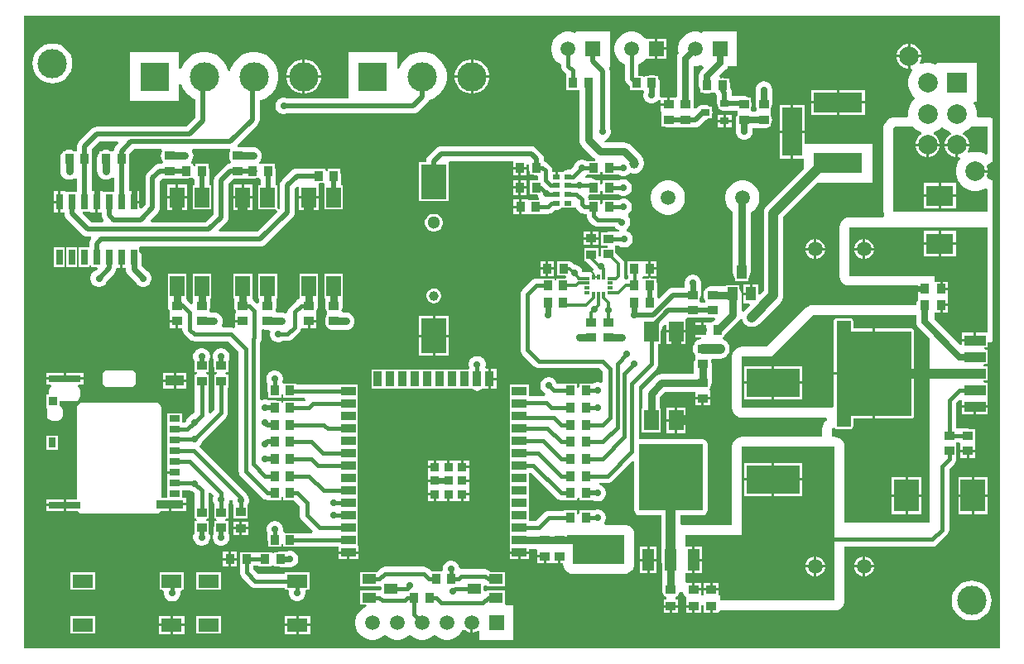
<source format=gtl>
G04*
G04 #@! TF.GenerationSoftware,Altium Limited,Altium Designer,24.5.2 (23)*
G04*
G04 Layer_Physical_Order=1*
G04 Layer_Color=255*
%FSLAX25Y25*%
%MOIN*%
G70*
G04*
G04 #@! TF.SameCoordinates,69DD5750-F066-4D08-A96F-D9ADA75AFFB9*
G04*
G04*
G04 #@! TF.FilePolarity,Positive*
G04*
G01*
G75*
%ADD17R,0.04016X0.03701*%
%ADD18R,0.03701X0.04016*%
%ADD19R,0.03937X0.03543*%
%ADD20R,0.05512X0.03937*%
%ADD21R,0.03071X0.04134*%
%ADD22R,0.03661X0.03543*%
%ADD23R,0.13110X0.02756*%
%ADD24R,0.11024X0.03386*%
%ADD25R,0.07205X0.04488*%
%ADD26R,0.04331X0.02756*%
%ADD27R,0.08268X0.05512*%
%ADD28R,0.03543X0.03937*%
%ADD29R,0.03543X0.03543*%
%ADD30R,0.05906X0.03543*%
%ADD31R,0.03543X0.05906*%
%ADD32R,0.04724X0.08661*%
%ADD33R,0.13780X0.08661*%
%ADD34R,0.02362X0.01181*%
%ADD35R,0.01181X0.02362*%
%ADD36R,0.08504X0.04213*%
%ADD37R,0.03150X0.01968*%
%ADD38R,0.05906X0.08268*%
%ADD39R,0.03937X0.05512*%
%ADD40R,0.02559X0.06496*%
%ADD41R,0.03543X0.03150*%
%ADD42R,0.09843X0.12992*%
%ADD43R,0.21260X0.11417*%
%ADD44R,0.11024X0.08465*%
%ADD45R,0.10236X0.14173*%
%AMCUSTOMSHAPE87*
4,1,8,-0.15098,0.21260,-0.09311,0.21260,-0.09311,0.17126,0.15098,0.17126,0.15098,-0.17126,-0.09311,-0.17126,-0.09311,-0.21260,-0.15098,-0.21260,-0.15098,0.21260,0.0*%
%ADD87CUSTOMSHAPE87*%

%ADD88C,0.01575*%
%ADD89C,0.01968*%
%ADD90C,0.03150*%
%ADD91C,0.01320*%
%ADD92C,0.02362*%
%ADD93C,0.01181*%
%ADD94C,0.02756*%
%ADD95C,0.03937*%
%ADD96C,0.00800*%
%ADD97C,0.11811*%
%ADD98R,0.11811X0.11811*%
%ADD99C,0.05906*%
%ADD100C,0.05937*%
%ADD101R,0.05937X0.05937*%
%ADD102R,0.05906X0.05906*%
%ADD103R,0.07874X0.07874*%
%ADD104C,0.07874*%
%ADD105R,0.07874X0.19685*%
%ADD106R,0.19685X0.07874*%
%ADD107C,0.05118*%
%ADD108C,0.03937*%
%ADD109C,0.02756*%
%ADD110C,0.01968*%
G36*
X393209Y252461D02*
Y1969D01*
Y492D01*
X492D01*
Y1969D01*
Y252461D01*
Y255413D01*
X393209D01*
Y252461D01*
D02*
G37*
%LPC*%
G36*
X273685Y249031D02*
X273026Y248591D01*
X272605Y248766D01*
X271271Y249031D01*
X269910D01*
X268576Y248766D01*
X267320Y248246D01*
X266189Y247490D01*
X265227Y246528D01*
X264471Y245397D01*
X263950Y244140D01*
X263685Y242806D01*
Y241446D01*
X263946Y240134D01*
X263809Y239955D01*
X263472Y239141D01*
X263357Y238268D01*
Y223086D01*
X262850Y222496D01*
X262557Y222496D01*
X260343D01*
Y219646D01*
X259842D01*
Y219146D01*
X256835D01*
Y216795D01*
X256841D01*
X257035Y216076D01*
X257035Y215995D01*
Y214362D01*
X256966Y214196D01*
X256864Y213425D01*
X256966Y212654D01*
X257035Y212488D01*
Y210775D01*
X258525D01*
X259072Y210548D01*
X259842Y210447D01*
X270512D01*
X271283Y210548D01*
X272001Y210846D01*
X272618Y211319D01*
X274893Y213595D01*
X275377Y213659D01*
X276095Y213956D01*
X276362Y214161D01*
X277178D01*
Y215037D01*
X277186Y215046D01*
X277483Y215765D01*
X277585Y216535D01*
X277483Y217306D01*
X277186Y218024D01*
X277178Y218034D01*
Y218910D01*
X276362D01*
X276095Y219115D01*
X275377Y219412D01*
X274606Y219514D01*
X273622D01*
X273622Y219514D01*
X272851Y219412D01*
X272133Y219115D01*
X271516Y218641D01*
X270908Y218033D01*
X269986Y218242D01*
X269888Y218519D01*
X269993Y218772D01*
X270108Y219646D01*
Y235221D01*
X271271D01*
X272605Y235486D01*
X273026Y235661D01*
X273685Y235221D01*
X273975Y234541D01*
X273999Y234481D01*
X273046Y233528D01*
X272510Y232829D01*
X272173Y232015D01*
X272058Y231142D01*
Y227362D01*
X272173Y226489D01*
X272510Y225675D01*
X272783Y225319D01*
Y224554D01*
X273595D01*
X273745Y224439D01*
X274559Y224102D01*
X275433Y223987D01*
X276307Y224102D01*
X277121Y224439D01*
X277271Y224554D01*
X278083D01*
X278083Y224554D01*
X278812Y224381D01*
X279074Y223747D01*
X279502Y223190D01*
Y220079D01*
X279604Y219308D01*
X279901Y218590D01*
X279909Y218580D01*
Y217704D01*
X280725D01*
X280991Y217499D01*
X281710Y217202D01*
X282480Y217101D01*
X287432D01*
X287558Y216952D01*
X287756Y216195D01*
X287668Y216076D01*
X287546D01*
Y215263D01*
X287431Y215113D01*
X287094Y214299D01*
X286979Y213425D01*
Y208875D01*
X287008Y208656D01*
Y208435D01*
X287065Y208221D01*
X287094Y208002D01*
X287179Y207798D01*
X287236Y207584D01*
X287347Y207392D01*
X287431Y207188D01*
X287566Y207012D01*
X287677Y206821D01*
X287833Y206664D01*
X287968Y206489D01*
X288143Y206354D01*
X288300Y206198D01*
X288491Y206087D01*
X288667Y205952D01*
X288871Y205868D01*
X289063Y205757D01*
X289276Y205700D01*
X289481Y205615D01*
X289700Y205586D01*
X289914Y205529D01*
X290135D01*
X290354Y205500D01*
X290574Y205529D01*
X290795D01*
X291009Y205586D01*
X291228Y205615D01*
X291432Y205700D01*
X291646Y205757D01*
X291838Y205868D01*
X292042Y205952D01*
X292217Y206087D01*
X292409Y206198D01*
X292565Y206354D01*
X292741Y206489D01*
X292876Y206664D01*
X293032Y206821D01*
X293143Y207012D01*
X293277Y207188D01*
X293362Y207392D01*
X293473Y207584D01*
X293530Y207798D01*
X293615Y208002D01*
X293643Y208221D01*
X293701Y208435D01*
Y208656D01*
X293730Y208875D01*
Y210050D01*
X298228D01*
X299102Y210165D01*
X299916Y210502D01*
X300272Y210775D01*
X301036D01*
Y211587D01*
X301151Y211737D01*
X301489Y212552D01*
X301604Y213425D01*
X301489Y214299D01*
X301151Y215113D01*
X301036Y215263D01*
Y216076D01*
X301036D01*
X300900Y216876D01*
X301016Y216995D01*
X301036D01*
Y217808D01*
X301151Y217958D01*
X301489Y218772D01*
X301604Y219646D01*
Y225608D01*
X301575Y225827D01*
Y226048D01*
X301518Y226262D01*
X301489Y226481D01*
X301404Y226686D01*
X301347Y226900D01*
X301236Y227091D01*
X301151Y227295D01*
X301017Y227471D01*
X300906Y227663D01*
X300750Y227819D01*
X300615Y227994D01*
X300440Y228129D01*
X300283Y228286D01*
X300092Y228396D01*
X299916Y228531D01*
X299712Y228615D01*
X299520Y228726D01*
X299306Y228783D01*
X299102Y228868D01*
X298883Y228897D01*
X298669Y228954D01*
X298448D01*
X298228Y228983D01*
X298009Y228954D01*
X297788D01*
X297574Y228897D01*
X297355Y228868D01*
X297150Y228783D01*
X296937Y228726D01*
X296745Y228615D01*
X296541Y228531D01*
X296365Y228396D01*
X296174Y228286D01*
X296017Y228129D01*
X295842Y227994D01*
X295707Y227819D01*
X295550Y227663D01*
X295440Y227471D01*
X295305Y227295D01*
X295221Y227091D01*
X295110Y226900D01*
X295053Y226686D01*
X294968Y226481D01*
X294939Y226262D01*
X294882Y226048D01*
Y225827D01*
X294853Y225608D01*
Y219646D01*
X294968Y218772D01*
X295305Y217958D01*
X295421Y217808D01*
Y216995D01*
X294701Y216800D01*
X293882D01*
X293162Y216995D01*
Y218709D01*
X293231Y218875D01*
X293333Y219646D01*
X293231Y220416D01*
X293162Y220583D01*
Y222296D01*
X291882D01*
X291410Y222658D01*
X290692Y222955D01*
X289921Y223057D01*
X285459D01*
Y224409D01*
X285357Y225180D01*
X285059Y225899D01*
X284632Y226456D01*
Y227362D01*
X284530Y228133D01*
X284304Y228679D01*
Y230170D01*
X282591D01*
X282424Y230239D01*
X281653Y230340D01*
X280883Y230239D01*
X280577Y230381D01*
X280393Y231328D01*
X282977Y233912D01*
X283514Y234612D01*
X283766Y235221D01*
X287496D01*
Y249031D01*
X273685D01*
Y249031D01*
D02*
G37*
G36*
X222583D02*
X221924Y248591D01*
X221502Y248766D01*
X220168Y249031D01*
X218808D01*
X217474Y248766D01*
X216217Y248246D01*
X215086Y247490D01*
X214124Y246528D01*
X213369Y245397D01*
X212848Y244140D01*
X212583Y242806D01*
Y241446D01*
X212848Y240112D01*
X213369Y238855D01*
X214124Y237724D01*
X215086Y236762D01*
X216217Y236006D01*
X216708Y235803D01*
Y235236D01*
X216803Y234517D01*
X217081Y233846D01*
X217523Y233271D01*
X218598Y232195D01*
Y228346D01*
X218693Y227627D01*
X218728Y227544D01*
Y225539D01*
X224025D01*
Y205472D01*
X224146Y204548D01*
X224503Y203685D01*
X225071Y202945D01*
X229756Y198260D01*
X230484Y197702D01*
X230489Y197660D01*
X230313Y196902D01*
X227113D01*
X227113Y196902D01*
Y196902D01*
X226396Y197152D01*
X226292Y197213D01*
X225441Y197441D01*
X224559D01*
X223708Y197213D01*
X222945Y196772D01*
X222322Y196149D01*
X221882Y195386D01*
X221706Y194732D01*
X220305Y193331D01*
X219488D01*
X218769Y193236D01*
X218098Y192958D01*
X217996Y192880D01*
X217339Y192535D01*
X215264D01*
Y190551D01*
X214264D01*
Y192535D01*
X213016D01*
Y192962D01*
X212921Y193681D01*
X212644Y194351D01*
X212202Y194927D01*
X211069Y196060D01*
X210493Y196502D01*
X209823Y196779D01*
X209671Y196799D01*
Y197638D01*
X209671Y197638D01*
X209570Y198409D01*
X209272Y199127D01*
X208799Y199744D01*
X208799Y199744D01*
X206633Y201909D01*
X206017Y202382D01*
X205298Y202680D01*
X204528Y202781D01*
X168307D01*
X168307Y202781D01*
X167922Y202731D01*
X167536Y202680D01*
X166818Y202382D01*
X166201Y201909D01*
X163248Y198956D01*
X162775Y198339D01*
X162478Y197621D01*
X162376Y196850D01*
Y196450D01*
X159436D01*
Y180676D01*
X171273D01*
Y196450D01*
X171917Y196825D01*
X197228D01*
Y194595D01*
X200000D01*
X202772D01*
Y195408D01*
X203572Y195836D01*
X203715Y195740D01*
Y194095D01*
X203816Y193324D01*
X204114Y192605D01*
X204121Y192596D01*
Y191326D01*
X205661D01*
X205922Y191218D01*
X206693Y191116D01*
X206855Y191138D01*
X207456Y190610D01*
Y189173D01*
X207432Y189145D01*
X206673Y188997D01*
X206608Y188989D01*
X204121D01*
Y187214D01*
X204008Y186940D01*
X203913Y186221D01*
X204008Y185501D01*
X204121Y185228D01*
Y183452D01*
X206608D01*
X206693Y183441D01*
X207083D01*
X207273Y183251D01*
X207448Y182597D01*
X207819Y181954D01*
X207677Y181516D01*
X207437Y181154D01*
X203887D01*
X203806Y181154D01*
X203087Y181348D01*
Y181354D01*
X200736D01*
Y178347D01*
Y175339D01*
X203087D01*
Y175345D01*
X203806Y175539D01*
X203887Y175539D01*
X209107D01*
Y175567D01*
X211221D01*
X211940Y175662D01*
X212610Y175939D01*
X213186Y176381D01*
X213947Y177142D01*
X214764D01*
X215483Y177236D01*
X216154Y177514D01*
X216729Y177956D01*
X216868Y178137D01*
X221863D01*
Y178137D01*
X222587Y177954D01*
X222593Y177941D01*
X223035Y177365D01*
X224019Y176381D01*
X224594Y175939D01*
X225265Y175662D01*
X225984Y175567D01*
X226984D01*
Y174764D01*
X227079Y174044D01*
X227357Y173374D01*
X227798Y172798D01*
X229334Y171263D01*
X229909Y170821D01*
X230580Y170543D01*
X231299Y170449D01*
X238314D01*
X238464Y170189D01*
X239087Y169566D01*
X239850Y169126D01*
X239978Y169091D01*
X239872Y168291D01*
X235630D01*
X234910Y168197D01*
X234827Y168162D01*
X232822D01*
Y162861D01*
X234792D01*
X234873Y162843D01*
X234910Y162827D01*
X234977Y162818D01*
X235303Y162742D01*
X235211Y161942D01*
X232822D01*
Y158544D01*
X232111Y158250D01*
X231509Y158745D01*
Y161627D01*
X228812D01*
X228740Y161636D01*
X228668Y161627D01*
X225972D01*
Y156483D01*
X226559D01*
X226915Y156019D01*
X229508Y153426D01*
X229559Y153236D01*
X229592Y153178D01*
X229130Y152378D01*
X228134D01*
Y152378D01*
X227334Y152165D01*
X227165Y152187D01*
X225171D01*
X224960Y152973D01*
X224520Y153736D01*
X223897Y154359D01*
X223134Y154799D01*
X222283Y155027D01*
X222048D01*
X221707Y155368D01*
X221172Y155779D01*
X220550Y156036D01*
X220249Y156076D01*
Y156312D01*
X215106D01*
Y153615D01*
X215096Y153543D01*
X215106Y153471D01*
Y150775D01*
X218252D01*
X218542Y150176D01*
X218108Y149461D01*
X214791D01*
Y148681D01*
X214671Y148579D01*
X213871Y148950D01*
Y149461D01*
X208570D01*
Y149433D01*
X206693D01*
X205974Y149338D01*
X205303Y149061D01*
X204727Y148619D01*
X201056Y144948D01*
X200614Y144372D01*
X200336Y143701D01*
X200242Y142982D01*
Y120798D01*
X200336Y120078D01*
X200614Y119408D01*
X201056Y118832D01*
X205712Y114176D01*
X206287Y113734D01*
X206958Y113457D01*
X207677Y113362D01*
X232116D01*
X233441Y112038D01*
Y107882D01*
X232641Y107420D01*
X232591Y107449D01*
X231740Y107677D01*
X230859D01*
X230008Y107449D01*
X229915Y107396D01*
X229186Y107139D01*
X229186Y107139D01*
X229186Y107139D01*
X223885D01*
Y105834D01*
X223085Y105528D01*
X222965Y105661D01*
Y107139D01*
X217665D01*
Y107110D01*
X214861D01*
X214733Y107591D01*
X214292Y108354D01*
X213669Y108977D01*
X212906Y109418D01*
X212055Y109646D01*
X211174D01*
X210322Y109418D01*
X209559Y108977D01*
X208936Y108354D01*
X208496Y107591D01*
X208268Y106740D01*
Y105859D01*
X208496Y105008D01*
X208936Y104244D01*
X209559Y103621D01*
X210322Y103181D01*
X210400Y102989D01*
X209862Y102189D01*
X203556D01*
Y106666D01*
X196050D01*
Y101523D01*
Y96523D01*
Y91523D01*
Y86523D01*
Y81523D01*
Y76523D01*
Y71523D01*
Y66523D01*
Y61523D01*
Y56523D01*
Y51523D01*
Y46523D01*
Y41866D01*
X195850D01*
Y39595D01*
X199803D01*
X203756D01*
Y40521D01*
X206424D01*
X207108Y40240D01*
Y37969D01*
X210076D01*
Y37469D01*
X210577D01*
Y34697D01*
X212986D01*
Y34697D01*
X215455D01*
Y37469D01*
X216455D01*
Y34697D01*
X217486D01*
Y34449D01*
X217621Y33421D01*
X218018Y32463D01*
X218649Y31641D01*
X219471Y31010D01*
X220429Y30613D01*
X221457Y30478D01*
X242126D01*
X243154Y30613D01*
X244111Y31010D01*
X244934Y31641D01*
X245565Y32463D01*
X245962Y33421D01*
X246097Y34449D01*
Y46260D01*
X245962Y47288D01*
X245565Y48245D01*
X244934Y49068D01*
X244111Y49699D01*
X243154Y50095D01*
X242126Y50231D01*
X234244D01*
X233913Y51031D01*
X233977Y51095D01*
X234418Y51858D01*
X234646Y52709D01*
Y53590D01*
X234418Y54441D01*
X233977Y55204D01*
X233354Y55827D01*
X232591Y56268D01*
X231740Y56496D01*
X230859D01*
X230008Y56268D01*
X229915Y56214D01*
X229186Y55958D01*
X229186Y55958D01*
X229186Y55958D01*
X223885D01*
Y54653D01*
X223085Y54347D01*
X222965Y54480D01*
Y55958D01*
X217665D01*
Y55929D01*
X211614D01*
X210895Y55835D01*
X210224Y55557D01*
X209649Y55115D01*
X206408Y51874D01*
X203556D01*
Y56523D01*
Y61523D01*
Y66523D01*
Y71136D01*
X204356Y71241D01*
X214570Y61027D01*
X215146Y60585D01*
X215816Y60307D01*
X216535Y60212D01*
X217665D01*
Y60184D01*
X222965D01*
Y60930D01*
X223765Y61282D01*
X223885Y61172D01*
Y60184D01*
X225598D01*
X225765Y60115D01*
X226535Y60014D01*
X229765D01*
X230008Y59874D01*
X230859Y59646D01*
X231740D01*
X232591Y59874D01*
X233354Y60314D01*
X233977Y60937D01*
X234418Y61700D01*
X234646Y62552D01*
Y63433D01*
X234418Y64284D01*
X233977Y65047D01*
X233354Y65670D01*
X232591Y66110D01*
X231875Y66302D01*
X231981Y67102D01*
X235236D01*
X235956Y67197D01*
X236626Y67475D01*
X237202Y67916D01*
X245285Y76000D01*
X246024Y75694D01*
Y56102D01*
X246177Y55334D01*
X246612Y54683D01*
X247263Y54248D01*
X248031Y54095D01*
X256856D01*
Y36024D01*
X256991Y34996D01*
X257253Y34364D01*
Y24131D01*
X257375Y23206D01*
X257732Y22344D01*
X258058Y21918D01*
Y21559D01*
X258358D01*
X259040Y21036D01*
X259103Y21010D01*
X258944Y20210D01*
X257858D01*
Y17938D01*
X263795D01*
Y20210D01*
X262710D01*
X262550Y21010D01*
X262614Y21036D01*
X263296Y21559D01*
X263595D01*
Y21919D01*
X263922Y22344D01*
X264199Y23014D01*
X264638Y23285D01*
X264795Y23319D01*
X265546Y23103D01*
X265943Y22146D01*
X266574Y21323D01*
X266857Y21106D01*
X266931Y21010D01*
X266913Y20210D01*
X266913D01*
Y17938D01*
X269882D01*
Y17438D01*
X270382D01*
Y14667D01*
X272850D01*
Y17683D01*
X274040D01*
Y14667D01*
X276509D01*
Y17438D01*
X277273D01*
X277509Y17131D01*
Y14667D01*
X279977D01*
Y15245D01*
X280512Y15714D01*
X326772D01*
X327799Y15849D01*
X328757Y16246D01*
X329580Y16877D01*
X330211Y17699D01*
X330607Y18657D01*
X330743Y19685D01*
Y41512D01*
X366142D01*
X366861Y41606D01*
X367532Y41884D01*
X368107Y42326D01*
X372044Y46263D01*
X372486Y46839D01*
X372764Y47509D01*
X372858Y48228D01*
Y72667D01*
X374964Y74773D01*
X375406Y75349D01*
X375683Y76019D01*
X375778Y76739D01*
Y77357D01*
X375806D01*
Y82658D01*
X375806D01*
X375830Y83449D01*
X376923D01*
X377429Y82858D01*
X377429Y82649D01*
Y80508D01*
X380437D01*
X383444D01*
Y82858D01*
X383438D01*
X383244Y83578D01*
X383244Y83658D01*
Y88879D01*
X381240D01*
X381156Y88913D01*
X380437Y89008D01*
X380436Y89008D01*
X375778D01*
Y99406D01*
X377157Y100785D01*
X377957Y100453D01*
Y98335D01*
X383209D01*
X388461D01*
Y100904D01*
X388461Y100941D01*
X388261Y101658D01*
X388261Y101741D01*
Y107434D01*
X386955D01*
X386544Y108234D01*
X386601Y108314D01*
X388261D01*
Y114127D01*
X386601D01*
X386544Y114207D01*
X386955Y115007D01*
X388261D01*
Y120820D01*
X387494D01*
X387036Y121620D01*
X387083Y121700D01*
X388261D01*
Y123743D01*
X389277Y123877D01*
X390234Y124274D01*
X390256Y124290D01*
Y189017D01*
X390234Y189034D01*
X390174Y189059D01*
X390121Y189097D01*
X389415Y189474D01*
X389354Y189497D01*
X389300Y189533D01*
X388870Y189679D01*
X388445Y189839D01*
X388380Y189846D01*
X388273Y189981D01*
X387995Y190689D01*
X388065Y190811D01*
X388402Y192067D01*
Y192217D01*
X383465D01*
Y193217D01*
X388402D01*
Y193367D01*
X388065Y194622D01*
X387995Y194744D01*
X388273Y195452D01*
X388380Y195588D01*
X388445Y195594D01*
X388870Y195754D01*
X389300Y195900D01*
X389354Y195936D01*
X389415Y195959D01*
X390121Y196336D01*
X390174Y196374D01*
X390234Y196399D01*
X390256Y196416D01*
Y214052D01*
X390234Y214069D01*
X389277Y214466D01*
X388249Y214601D01*
X384325D01*
X383858Y215169D01*
Y216720D01*
X383556Y218242D01*
X382962Y219675D01*
X382769Y219964D01*
X383146Y220669D01*
X383858D01*
Y236417D01*
X368110D01*
Y236301D01*
X367310Y235767D01*
X366470Y236115D01*
X364949Y236417D01*
X363398D01*
X361877Y236115D01*
X361450Y235938D01*
X360893Y236573D01*
X361294Y237268D01*
X361630Y238523D01*
Y238673D01*
X357193D01*
Y234236D01*
X357343D01*
X357693Y234330D01*
X358107Y233613D01*
X358057Y233563D01*
X357195Y232273D01*
X356602Y230840D01*
X356299Y229319D01*
Y227768D01*
X356602Y226247D01*
X357195Y224814D01*
X358057Y223524D01*
X358797Y222784D01*
X359063Y222244D01*
X358797Y221704D01*
X358057Y220964D01*
X357195Y219675D01*
X356602Y218242D01*
X356299Y216720D01*
Y215169D01*
X355833Y214601D01*
X350892D01*
X350888Y214600D01*
X350885Y214601D01*
X350371Y214532D01*
X349864Y214466D01*
X349861Y214464D01*
X349857Y214464D01*
X349381Y214265D01*
X348907Y214069D01*
X348904Y214067D01*
X348900Y214065D01*
X348495Y213753D01*
X348084Y213438D01*
X348082Y213435D01*
X348079Y213433D01*
X347515Y212866D01*
X347512Y212863D01*
X347509Y212861D01*
X347197Y212450D01*
X346885Y212042D01*
X346884Y212039D01*
X346881Y212036D01*
X346686Y211560D01*
X346490Y211084D01*
X346490Y211080D01*
X346488Y211077D01*
X346423Y210570D01*
X346357Y210056D01*
X346357Y210052D01*
X346357Y210049D01*
X346480Y176383D01*
X346548Y175877D01*
X346615Y175370D01*
X346618Y175363D01*
X346619Y175356D01*
X346748Y175047D01*
X346568Y174621D01*
X346214Y174247D01*
X332677D01*
X331649Y174111D01*
X330692Y173715D01*
X329869Y173083D01*
X329238Y172261D01*
X328841Y171303D01*
X328706Y170276D01*
Y150591D01*
X328841Y149563D01*
X329238Y148605D01*
X329869Y147783D01*
X330692Y147152D01*
X331649Y146755D01*
X332677Y146620D01*
X360227D01*
Y145811D01*
X362999D01*
Y144811D01*
X360227D01*
Y142343D01*
X360399D01*
X360427Y141554D01*
X360427Y141554D01*
X360324Y140797D01*
X360075Y140473D01*
X359738Y139659D01*
X359627Y138813D01*
X359623Y138813D01*
X317914D01*
X317913Y138813D01*
X316886Y138678D01*
X315928Y138282D01*
X315106Y137650D01*
X315105Y137650D01*
X299536Y122081D01*
X289370D01*
X288342Y121946D01*
X287385Y121549D01*
X286562Y120918D01*
X285931Y120096D01*
X285534Y119138D01*
X285399Y118110D01*
Y97441D01*
X285534Y96413D01*
X285931Y95455D01*
X286562Y94633D01*
X287385Y94002D01*
X288342Y93605D01*
X289370Y93470D01*
X323457D01*
X323770Y92752D01*
X323764Y92670D01*
X323513Y92478D01*
X323208Y92279D01*
X323103Y92163D01*
X322979Y92068D01*
X322758Y91780D01*
X322515Y91509D01*
X322444Y91370D01*
X322348Y91246D01*
X322209Y90909D01*
X322044Y90585D01*
X322011Y90432D01*
X321952Y90288D01*
X321904Y89927D01*
X321829Y89571D01*
X321837Y89415D01*
X321816Y89260D01*
Y85664D01*
X289370D01*
X288342Y85529D01*
X287385Y85132D01*
X286562Y84501D01*
X285931Y83678D01*
X285534Y82721D01*
X285399Y81693D01*
Y50231D01*
X266720D01*
X265692Y50095D01*
X265463Y50001D01*
X264798Y50445D01*
Y54095D01*
X273622D01*
X274390Y54248D01*
X275041Y54683D01*
X275476Y55334D01*
X275629Y56102D01*
Y82677D01*
X275476Y83445D01*
X275041Y84096D01*
X274390Y84531D01*
X273622Y84684D01*
X248031D01*
X247858Y84826D01*
Y85630D01*
Y106132D01*
X254840Y113113D01*
X255281Y113689D01*
X255559Y114359D01*
X255654Y115079D01*
Y123216D01*
X256627D01*
Y127772D01*
X256831Y128038D01*
X257129Y128757D01*
X257230Y129528D01*
X257230Y129528D01*
Y129987D01*
X258182Y130939D01*
X258921Y130633D01*
Y128650D01*
X262874D01*
X266827D01*
Y133283D01*
X267464Y133675D01*
X277559D01*
X278330Y133777D01*
X278346Y133783D01*
X278799Y133105D01*
X277719Y132025D01*
X277035Y131745D01*
X276315Y131945D01*
Y131945D01*
X273965D01*
Y128937D01*
X273465D01*
Y128437D01*
X270614D01*
Y125929D01*
X273096D01*
X273149Y125129D01*
X272594Y125056D01*
X271637Y124659D01*
X270814Y124028D01*
X270183Y123206D01*
X269786Y122248D01*
X269651Y121221D01*
X269786Y120193D01*
X270183Y119235D01*
X270792Y118441D01*
X270814Y117650D01*
Y117650D01*
X270633Y116925D01*
X270527Y116787D01*
X270170Y115925D01*
X270048Y115000D01*
Y111015D01*
X257047D01*
X256122Y110893D01*
X255260Y110536D01*
X254520Y109968D01*
X250347Y105795D01*
X249779Y105055D01*
X249422Y104193D01*
X249300Y103268D01*
Y97257D01*
X249121D01*
Y87389D01*
X256627D01*
Y97257D01*
X256448D01*
Y101787D01*
X258528Y103867D01*
X270614D01*
Y101720D01*
X273622D01*
X276630D01*
Y104071D01*
X276624D01*
X276430Y104791D01*
X276611Y105516D01*
X276717Y105654D01*
X277074Y106516D01*
X277196Y107441D01*
Y115000D01*
X277074Y115925D01*
X276857Y116449D01*
X277261Y117179D01*
X277358Y117250D01*
X280512D01*
X280770Y117283D01*
X281030D01*
X281282Y117351D01*
X281540Y117385D01*
X281780Y117484D01*
X282031Y117552D01*
X282257Y117682D01*
X282497Y117781D01*
X282704Y117940D01*
X282929Y118070D01*
X283113Y118254D01*
X283320Y118413D01*
X283478Y118619D01*
X283662Y118803D01*
X283792Y119028D01*
X283951Y119235D01*
X284050Y119475D01*
X284180Y119701D01*
X284248Y119952D01*
X284348Y120193D01*
X284381Y120451D01*
X284449Y120702D01*
Y120962D01*
X284483Y121221D01*
X284449Y121478D01*
Y121739D01*
X284381Y121990D01*
X284348Y122248D01*
X284248Y122489D01*
X284180Y122740D01*
X284050Y122966D01*
X283951Y123206D01*
X283792Y123413D01*
X283662Y123638D01*
X283478Y123822D01*
X283320Y124028D01*
X283113Y124187D01*
X282929Y124371D01*
X282704Y124501D01*
X282497Y124659D01*
X282257Y124759D01*
X282031Y124889D01*
X282006Y124896D01*
X281768Y125503D01*
X281762Y125769D01*
X282073Y126129D01*
X282335D01*
Y126533D01*
X288157Y132355D01*
X288157Y132355D01*
X288725Y133095D01*
X288727Y133100D01*
X289229Y133139D01*
X289558Y133015D01*
X289572Y132905D01*
X289672Y132665D01*
X289739Y132413D01*
X289869Y132188D01*
X289969Y131947D01*
X290127Y131741D01*
X290257Y131516D01*
X290441Y131332D01*
X290600Y131125D01*
X290806Y130967D01*
X290990Y130782D01*
X291216Y130652D01*
X291422Y130494D01*
X291663Y130394D01*
X291888Y130264D01*
X292140Y130197D01*
X292380Y130097D01*
X292638Y130063D01*
X292889Y129996D01*
X293150D01*
X293408Y129962D01*
X293666Y129996D01*
X293926D01*
X294178Y130063D01*
X294436Y130097D01*
X294676Y130197D01*
X294927Y130264D01*
X295153Y130394D01*
X295393Y130494D01*
X295600Y130652D01*
X295825Y130782D01*
X296009Y130967D01*
X296216Y131125D01*
X304973Y139883D01*
X305604Y140705D01*
X306001Y141663D01*
X306136Y142691D01*
Y174294D01*
X320032Y188189D01*
X341929D01*
Y203937D01*
X314583D01*
Y208161D01*
X310146D01*
Y197819D01*
X314370D01*
Y193759D01*
X299358Y178746D01*
X298726Y177924D01*
X298330Y176966D01*
X298194Y175939D01*
Y144335D01*
X296818Y142959D01*
X296079Y143265D01*
Y147063D01*
X293610D01*
Y143307D01*
X293110D01*
Y142807D01*
X290142D01*
Y139551D01*
X292365D01*
X292671Y138812D01*
X290600Y136741D01*
X290441Y136534D01*
X290257Y136350D01*
X290127Y136125D01*
X290004Y135964D01*
X289920Y135959D01*
X289204Y136340D01*
Y143307D01*
X289082Y144232D01*
X288725Y145094D01*
X288398Y145520D01*
Y146863D01*
X285766D01*
X285630Y146881D01*
X285493Y146863D01*
X282861D01*
Y146448D01*
X277559D01*
X276634Y146326D01*
X275772Y145969D01*
X275193Y145524D01*
X274751D01*
Y145035D01*
X274464Y144661D01*
X274107Y143799D01*
X273985Y142874D01*
X274107Y141949D01*
X274464Y141087D01*
X274751Y140713D01*
Y140224D01*
X274249Y139632D01*
X272995D01*
X272493Y140224D01*
Y141422D01*
X272754Y142052D01*
X272862Y142874D01*
Y146564D01*
X273031Y147197D01*
Y148078D01*
X272803Y148930D01*
X272363Y149693D01*
X271740Y150316D01*
X270977Y150756D01*
X270126Y150984D01*
X269245D01*
X268393Y150756D01*
X267630Y150316D01*
X267007Y149693D01*
X266567Y148930D01*
X266339Y148078D01*
Y147197D01*
X266485Y146652D01*
X266252Y145852D01*
X261661D01*
X260891Y145751D01*
X260172Y145453D01*
X259556Y144980D01*
X256028Y141453D01*
X255289Y141759D01*
Y146653D01*
X255188Y147424D01*
X254961Y147971D01*
Y149461D01*
X253248D01*
X253082Y149530D01*
X252311Y149632D01*
X251540Y149530D01*
X251374Y149461D01*
X249661D01*
Y149461D01*
X249483Y149472D01*
X249378Y149770D01*
X249479Y150024D01*
X249956Y150535D01*
X251811D01*
Y153543D01*
Y156551D01*
X249461D01*
Y156545D01*
X248741Y156351D01*
X248661Y156351D01*
X243440D01*
Y150735D01*
X243718D01*
Y149461D01*
X243440D01*
Y149235D01*
X242641D01*
X242470Y149342D01*
X242391Y149427D01*
X242081Y149891D01*
X242068Y149982D01*
X242148Y150591D01*
Y155354D01*
X242060Y156022D01*
X241802Y156645D01*
X241392Y157179D01*
X238438Y160134D01*
Y161932D01*
X238438Y161942D01*
X238461Y162732D01*
X240016D01*
X240071Y162677D01*
X240834Y162236D01*
X241685Y162008D01*
X242567D01*
X243418Y162236D01*
X244181Y162677D01*
X244804Y163300D01*
X245244Y164063D01*
X245472Y164914D01*
Y165795D01*
X245244Y166646D01*
X244804Y167409D01*
X244181Y168032D01*
X243418Y168473D01*
X243066Y168567D01*
X242953Y169425D01*
X243197Y169566D01*
X243820Y170189D01*
X244260Y170952D01*
X244488Y171803D01*
Y172685D01*
X244260Y173536D01*
X243820Y174299D01*
X243525Y174593D01*
X243592Y175523D01*
X243626Y175576D01*
X243787Y175669D01*
X244410Y176292D01*
X244851Y177055D01*
X245079Y177906D01*
Y178787D01*
X244851Y179638D01*
X244410Y180401D01*
X243787Y181024D01*
X243024Y181465D01*
X242173Y181693D01*
X241292D01*
X240441Y181465D01*
X239854Y181126D01*
X238635D01*
Y181154D01*
X233334D01*
Y179850D01*
X232534Y179543D01*
X232414Y179677D01*
Y181154D01*
X227780D01*
Y181299D01*
X227685Y182019D01*
X227439Y182613D01*
X227548Y182914D01*
X227860Y183413D01*
X232414D01*
Y184717D01*
X233214Y185024D01*
X233334Y184890D01*
Y183413D01*
X238635D01*
Y183441D01*
X239854D01*
X240441Y183102D01*
X241292Y182874D01*
X242173D01*
X243024Y183102D01*
X243787Y183543D01*
X244410Y184166D01*
X244851Y184929D01*
X245079Y185780D01*
Y186661D01*
X244851Y187512D01*
X244410Y188275D01*
X243787Y188898D01*
X243024Y189339D01*
X242173Y189567D01*
X241292D01*
X240441Y189339D01*
X239854Y189000D01*
X238635D01*
Y189028D01*
X233334D01*
Y187724D01*
X232534Y187417D01*
X232414Y187551D01*
Y189028D01*
X230887D01*
X230745Y189170D01*
X230169Y189612D01*
X229499Y189890D01*
X228780Y189984D01*
X226579D01*
X226416Y190181D01*
X226377Y190428D01*
X226380Y190481D01*
X226662Y191128D01*
X227113Y191287D01*
X227113Y191287D01*
X227113Y191287D01*
X232414D01*
Y192591D01*
X233214Y192898D01*
X233334Y192764D01*
Y191287D01*
X238635D01*
Y191315D01*
X239854D01*
X240441Y190976D01*
X241292Y190748D01*
X242173D01*
X243024Y190976D01*
X243787Y191417D01*
X244410Y192040D01*
X244512Y192216D01*
X244543Y192197D01*
X245545Y191929D01*
X246581D01*
X247583Y192197D01*
X248480Y192716D01*
X249213Y193449D01*
X249732Y194346D01*
X250000Y195348D01*
Y196385D01*
X249732Y197386D01*
X249518Y197757D01*
X249515Y197775D01*
X249158Y198637D01*
X248590Y199378D01*
X244653Y203314D01*
X243913Y203883D01*
X243051Y204240D01*
X242126Y204361D01*
X234372D01*
X234130Y204524D01*
X234095Y204592D01*
X234508Y205529D01*
X234559Y205543D01*
X235322Y205984D01*
X235946Y206607D01*
X236386Y207370D01*
X236614Y208221D01*
Y209102D01*
X236386Y209953D01*
X236246Y210196D01*
Y233268D01*
X236144Y234038D01*
X235986Y234420D01*
X236394Y235221D01*
X236394D01*
Y249031D01*
X222583D01*
Y249031D01*
D02*
G37*
G36*
X258968Y246094D02*
X255500D01*
Y242626D01*
X258968D01*
Y246094D01*
D02*
G37*
G36*
X357343Y244110D02*
X357193D01*
Y239673D01*
X361630D01*
Y239823D01*
X361294Y241079D01*
X360644Y242205D01*
X359724Y243124D01*
X358598Y243774D01*
X357343Y244110D01*
D02*
G37*
G36*
X356193D02*
X356043D01*
X354787Y243774D01*
X353661Y243124D01*
X352742Y242205D01*
X352092Y241079D01*
X351756Y239823D01*
Y239673D01*
X356193D01*
Y244110D01*
D02*
G37*
G36*
X258968Y241626D02*
X255500D01*
Y238158D01*
X258968D01*
Y241626D01*
D02*
G37*
G36*
X356193Y238673D02*
X351756D01*
Y238523D01*
X352092Y237268D01*
X352742Y236142D01*
X353661Y235223D01*
X354787Y234573D01*
X356043Y234236D01*
X356193D01*
Y238673D01*
D02*
G37*
G36*
X161704Y240781D02*
X159765D01*
X157863Y240403D01*
X156072Y239661D01*
X154460Y238584D01*
X153089Y237213D01*
X152012Y235601D01*
X151377Y234068D01*
X150577Y234227D01*
Y240781D01*
X130892D01*
Y222073D01*
X106409D01*
X106166Y222213D01*
X105315Y222441D01*
X104434D01*
X103583Y222213D01*
X102820Y221772D01*
X102197Y221149D01*
X101756Y220386D01*
X101528Y219535D01*
Y218654D01*
X101756Y217803D01*
X102197Y217040D01*
X102820Y216417D01*
X103583Y215976D01*
X104434Y215748D01*
X105315D01*
X106166Y215976D01*
X106409Y216116D01*
X157087D01*
X157857Y216218D01*
X158576Y216515D01*
X159193Y216989D01*
X162840Y220636D01*
X163313Y221253D01*
X163387Y221431D01*
X163605Y221475D01*
X165396Y222217D01*
X167008Y223294D01*
X168379Y224665D01*
X169457Y226277D01*
X170199Y228068D01*
X170577Y229970D01*
Y231908D01*
X170199Y233810D01*
X169457Y235601D01*
X168379Y237213D01*
X167008Y238584D01*
X165396Y239661D01*
X163605Y240403D01*
X161704Y240781D01*
D02*
G37*
G36*
X93916D02*
X91978D01*
X90076Y240403D01*
X88285Y239661D01*
X86673Y238584D01*
X85302Y237213D01*
X84225Y235601D01*
X83483Y233810D01*
X83355Y233167D01*
X82539D01*
X82411Y233810D01*
X81669Y235601D01*
X80592Y237213D01*
X79221Y238584D01*
X77609Y239661D01*
X75818Y240403D01*
X73917Y240781D01*
X71978D01*
X70076Y240403D01*
X68285Y239661D01*
X66673Y238584D01*
X65302Y237213D01*
X64225Y235601D01*
X63590Y234068D01*
X62790Y234227D01*
Y240781D01*
X43105D01*
Y221096D01*
X62790D01*
Y227651D01*
X63590Y227810D01*
X64225Y226277D01*
X65302Y224665D01*
X66673Y223294D01*
X68285Y222217D01*
X69226Y221827D01*
Y214186D01*
X65696Y210655D01*
X59055D01*
X59055Y210655D01*
X29528D01*
X28757Y210554D01*
X28038Y210256D01*
X27422Y209783D01*
X22658Y205019D01*
X22185Y204402D01*
X21887Y203684D01*
X21786Y202913D01*
Y201145D01*
X21194Y200642D01*
X20705D01*
X20330Y200930D01*
X19468Y201287D01*
X18543Y201409D01*
X17618Y201287D01*
X16756Y200930D01*
X16382Y200642D01*
X15893D01*
Y200201D01*
X15448Y199622D01*
X15091Y198760D01*
X14969Y197835D01*
Y192913D01*
X15091Y191988D01*
X15448Y191126D01*
X16016Y190386D01*
X16756Y189818D01*
X17618Y189461D01*
X18543Y189339D01*
X19468Y189461D01*
X20330Y189818D01*
X20749Y190140D01*
X21549Y189745D01*
Y184461D01*
X17524D01*
X16807Y184661D01*
X16807Y184661D01*
X16807Y184661D01*
X15028D01*
Y180413D01*
Y176165D01*
X16549D01*
Y175736D01*
X16651Y174965D01*
X16948Y174247D01*
X17422Y173630D01*
X23866Y167185D01*
X24483Y166712D01*
X25201Y166415D01*
X25972Y166313D01*
X27198D01*
X27504Y165574D01*
X27422Y165492D01*
X26948Y164875D01*
X26651Y164157D01*
X26549Y163386D01*
Y162217D01*
X22448D01*
Y154121D01*
X26607D01*
Y154870D01*
X27407Y155281D01*
X27448Y155251D01*
Y154121D01*
X29770D01*
X30076Y153382D01*
X29491Y152797D01*
X29220Y152725D01*
X28457Y152284D01*
X27834Y151661D01*
X27393Y150898D01*
X27165Y150047D01*
Y149166D01*
X27393Y148315D01*
X27834Y147552D01*
X28457Y146929D01*
X29220Y146488D01*
X30071Y146260D01*
X30952D01*
X31804Y146488D01*
X32567Y146929D01*
X33190Y147552D01*
X33630Y148315D01*
X33703Y148585D01*
X36634Y151516D01*
X37107Y152133D01*
X37404Y152851D01*
X37506Y153622D01*
X38186Y153921D01*
X39028D01*
Y158169D01*
X40028D01*
Y153921D01*
X41351D01*
Y153307D01*
X41459Y152485D01*
X41776Y151719D01*
X42281Y151061D01*
X45223Y148119D01*
X45551Y147552D01*
X46174Y146929D01*
X46937Y146488D01*
X47788Y146260D01*
X48669D01*
X49520Y146488D01*
X50283Y146929D01*
X50906Y147552D01*
X51347Y148315D01*
X51575Y149166D01*
Y150047D01*
X51347Y150898D01*
X50906Y151661D01*
X50283Y152284D01*
X49715Y152612D01*
X47704Y154623D01*
Y158169D01*
X47596Y158992D01*
X47279Y159758D01*
X46774Y160416D01*
X46607Y160544D01*
Y162217D01*
X47341Y162376D01*
X95472D01*
X96243Y162478D01*
X96962Y162775D01*
X97578Y163248D01*
X108405Y174075D01*
X108405Y174075D01*
X108878Y174692D01*
X109176Y175410D01*
X109277Y176181D01*
Y185774D01*
X110326Y186823D01*
X111126Y186491D01*
Y182783D01*
X115079D01*
X119032D01*
Y187176D01*
X119032Y187417D01*
X119468Y188037D01*
X119708Y188068D01*
X119874Y188137D01*
X120920D01*
X121468Y187423D01*
X121478Y187337D01*
X121434Y187217D01*
X121326D01*
Y177350D01*
X128832D01*
Y187217D01*
X128136D01*
Y190945D01*
X128034Y191716D01*
X127808Y192262D01*
Y193753D01*
X126095D01*
X125928Y193822D01*
X125157Y193923D01*
X124387Y193822D01*
X124220Y193753D01*
X122507D01*
Y192986D01*
X122387Y192864D01*
X121587Y193191D01*
Y193753D01*
X119874D01*
X119708Y193822D01*
X118937Y193923D01*
X110236D01*
X109465Y193822D01*
X108747Y193524D01*
X108130Y193051D01*
X108130Y193051D01*
X104193Y189114D01*
X103720Y188497D01*
X103422Y187779D01*
X103321Y187008D01*
Y177703D01*
X103057Y177536D01*
X102257Y177975D01*
X102257Y178095D01*
Y187217D01*
X101640D01*
Y192913D01*
X101538Y193684D01*
X101312Y194231D01*
Y195721D01*
X99598D01*
X99432Y195790D01*
X98661Y195892D01*
X97891Y195790D01*
X97724Y195721D01*
X96011D01*
X96011Y195721D01*
X95278Y195883D01*
X95095Y196036D01*
X95100Y196518D01*
X95615Y197189D01*
X95972Y198051D01*
X96094Y198976D01*
X95972Y199901D01*
X95615Y200763D01*
X95047Y201503D01*
X94307Y202071D01*
X93445Y202429D01*
X92520Y202550D01*
X92520Y202550D01*
X86563D01*
X86418Y202728D01*
X86202Y203320D01*
X94311Y211429D01*
X94784Y212046D01*
X95082Y212764D01*
X95183Y213535D01*
Y221348D01*
X95818Y221475D01*
X97609Y222217D01*
X99221Y223294D01*
X100592Y224665D01*
X101670Y226277D01*
X102411Y228068D01*
X102790Y229970D01*
Y231908D01*
X102411Y233810D01*
X101670Y235601D01*
X100592Y237213D01*
X99221Y238584D01*
X97609Y239661D01*
X95818Y240403D01*
X93916Y240781D01*
D02*
G37*
G36*
X181414Y237844D02*
X181234D01*
Y231439D01*
X187640D01*
Y231619D01*
X187374Y232953D01*
X186854Y234210D01*
X186098Y235341D01*
X185136Y236303D01*
X184005Y237058D01*
X182748Y237579D01*
X181414Y237844D01*
D02*
G37*
G36*
X180234D02*
X180054D01*
X178720Y237579D01*
X177463Y237058D01*
X176332Y236303D01*
X175370Y235341D01*
X174615Y234210D01*
X174094Y232953D01*
X173829Y231619D01*
Y231439D01*
X180234D01*
Y237844D01*
D02*
G37*
G36*
X113627D02*
X113447D01*
Y231439D01*
X119853D01*
Y231619D01*
X119587Y232953D01*
X119067Y234210D01*
X118311Y235341D01*
X117349Y236303D01*
X116218Y237058D01*
X114961Y237579D01*
X113627Y237844D01*
D02*
G37*
G36*
X112447D02*
X112267D01*
X110933Y237579D01*
X109676Y237058D01*
X108545Y236303D01*
X107583Y235341D01*
X106828Y234210D01*
X106307Y232953D01*
X106042Y231619D01*
Y231439D01*
X112447D01*
Y237844D01*
D02*
G37*
G36*
X11811Y244239D02*
X10247Y244085D01*
X8742Y243629D01*
X7356Y242888D01*
X6141Y241891D01*
X5144Y240675D01*
X4403Y239289D01*
X3946Y237785D01*
X3792Y236221D01*
X3946Y234656D01*
X4403Y233152D01*
X5144Y231765D01*
X6141Y230550D01*
X7356Y229553D01*
X8742Y228812D01*
X10247Y228356D01*
X11811Y228202D01*
X13375Y228356D01*
X14880Y228812D01*
X16266Y229553D01*
X17481Y230550D01*
X18478Y231765D01*
X19219Y233152D01*
X19676Y234656D01*
X19830Y236221D01*
X19676Y237785D01*
X19219Y239289D01*
X18478Y240675D01*
X17481Y241891D01*
X16266Y242888D01*
X14880Y243629D01*
X13375Y244085D01*
X11811Y244239D01*
D02*
G37*
G36*
X187640Y230439D02*
X181234D01*
Y224033D01*
X181414D01*
X182748Y224299D01*
X184005Y224819D01*
X185136Y225575D01*
X186098Y226537D01*
X186854Y227668D01*
X187374Y228925D01*
X187640Y230259D01*
Y230439D01*
D02*
G37*
G36*
X180234D02*
X173829D01*
Y230259D01*
X174094Y228925D01*
X174615Y227668D01*
X175370Y226537D01*
X176332Y225575D01*
X177463Y224819D01*
X178720Y224299D01*
X180054Y224033D01*
X180234D01*
Y230439D01*
D02*
G37*
G36*
X119853D02*
X113447D01*
Y224033D01*
X113627D01*
X114961Y224299D01*
X116218Y224819D01*
X117349Y225575D01*
X118311Y226537D01*
X119067Y227668D01*
X119587Y228925D01*
X119853Y230259D01*
Y230439D01*
D02*
G37*
G36*
X112447D02*
X106042D01*
Y230259D01*
X106307Y228925D01*
X106828Y227668D01*
X107583Y226537D01*
X108545Y225575D01*
X109676Y224819D01*
X110933Y224299D01*
X112267Y224033D01*
X112447D01*
Y230439D01*
D02*
G37*
G36*
X338992Y225410D02*
X328650D01*
Y220972D01*
X338992D01*
Y225410D01*
D02*
G37*
G36*
X327650D02*
X317307D01*
Y220972D01*
X327650D01*
Y225410D01*
D02*
G37*
G36*
X245680Y249031D02*
X244320D01*
X242986Y248766D01*
X241729Y248246D01*
X240598Y247490D01*
X239636Y246528D01*
X238880Y245397D01*
X238360Y244140D01*
X238094Y242806D01*
Y241446D01*
X238360Y240112D01*
X238880Y238855D01*
X239636Y237724D01*
X240598Y236762D01*
X241729Y236006D01*
X242220Y235803D01*
Y230236D01*
X242315Y229517D01*
X242593Y228846D01*
X243035Y228271D01*
X244239Y227066D01*
Y225539D01*
X249133D01*
X249540Y225539D01*
X249933Y224902D01*
Y224499D01*
X249764Y223866D01*
Y222985D01*
X249992Y222133D01*
X250432Y221370D01*
X251056Y220747D01*
X251819Y220307D01*
X252670Y220079D01*
X253551D01*
X254402Y220307D01*
X255165Y220747D01*
X255788Y221370D01*
X256035Y221797D01*
X256835Y221583D01*
Y220146D01*
X259343D01*
Y222496D01*
X257154D01*
X256611Y222876D01*
X256457Y223140D01*
Y223866D01*
X256287Y224499D01*
Y228346D01*
X256179Y229169D01*
X255861Y229935D01*
X255761Y230066D01*
Y231154D01*
X254562D01*
X253932Y231415D01*
X253110Y231523D01*
X252288Y231415D01*
X251659Y231154D01*
X250460D01*
Y230681D01*
X250340Y230580D01*
X249540Y230951D01*
Y231154D01*
X248013D01*
X247780Y231388D01*
Y235803D01*
X248271Y236006D01*
X249402Y236762D01*
X250364Y237724D01*
X250398Y237775D01*
X251031Y238158D01*
Y238158D01*
X251031Y238158D01*
X254500D01*
Y242126D01*
Y246094D01*
X251031D01*
X251031Y246094D01*
Y246094D01*
X250398Y246476D01*
X250364Y246528D01*
X249402Y247490D01*
X248271Y248246D01*
X247014Y248766D01*
X245680Y249031D01*
D02*
G37*
G36*
X338992Y219972D02*
X328650D01*
Y215535D01*
X338992D01*
Y219972D01*
D02*
G37*
G36*
X327650D02*
X317307D01*
Y215535D01*
X327650D01*
Y219972D01*
D02*
G37*
G36*
X285252Y215567D02*
X282980D01*
Y213492D01*
X285252D01*
Y215567D01*
D02*
G37*
G36*
X281980D02*
X279709D01*
Y213492D01*
X281980D01*
Y215567D01*
D02*
G37*
G36*
X285252Y212492D02*
X282980D01*
Y210417D01*
X285252D01*
Y212492D01*
D02*
G37*
G36*
X281980D02*
X279709D01*
Y210417D01*
X281980D01*
Y212492D01*
D02*
G37*
G36*
X314583Y219504D02*
X310146D01*
Y209161D01*
X314583D01*
Y219504D01*
D02*
G37*
G36*
X309146D02*
X304709D01*
Y209161D01*
X309146D01*
Y219504D01*
D02*
G37*
G36*
Y208161D02*
X304709D01*
Y197819D01*
X309146D01*
Y208161D01*
D02*
G37*
G36*
X202772Y193595D02*
X200500D01*
Y191126D01*
X202772D01*
Y193595D01*
D02*
G37*
G36*
X199500D02*
X197228D01*
Y191126D01*
X199500D01*
Y193595D01*
D02*
G37*
G36*
X202772Y189189D02*
X200500D01*
Y186721D01*
X202772D01*
Y189189D01*
D02*
G37*
G36*
X199500D02*
X197228D01*
Y186721D01*
X199500D01*
Y189189D01*
D02*
G37*
G36*
X202772Y185721D02*
X200500D01*
Y183252D01*
X202772D01*
Y185721D01*
D02*
G37*
G36*
X199500D02*
X197228D01*
Y183252D01*
X199500D01*
Y185721D01*
D02*
G37*
G36*
X14028Y184661D02*
X12248D01*
Y180913D01*
X14028D01*
Y184661D01*
D02*
G37*
G36*
X199736Y181354D02*
X197386D01*
Y178847D01*
X199736D01*
Y181354D01*
D02*
G37*
G36*
X119032Y181783D02*
X115579D01*
Y177150D01*
X119032D01*
Y181783D01*
D02*
G37*
G36*
X114579D02*
X111126D01*
Y177150D01*
X114579D01*
Y181783D01*
D02*
G37*
G36*
X14028Y179913D02*
X12248D01*
Y176165D01*
X14028D01*
Y179913D01*
D02*
G37*
G36*
X199736Y177847D02*
X197386D01*
Y175339D01*
X199736D01*
Y177847D01*
D02*
G37*
G36*
X260285Y188976D02*
X258928D01*
X257597Y188712D01*
X256343Y188192D01*
X255214Y187438D01*
X254255Y186479D01*
X253501Y185350D01*
X252981Y184096D01*
X252716Y182765D01*
Y181408D01*
X252981Y180077D01*
X253501Y178823D01*
X254255Y177695D01*
X255214Y176735D01*
X256343Y175981D01*
X257597Y175462D01*
X258928Y175197D01*
X260285D01*
X261616Y175462D01*
X262870Y175981D01*
X263998Y176735D01*
X264958Y177695D01*
X265712Y178823D01*
X266231Y180077D01*
X266496Y181408D01*
Y182765D01*
X266231Y184096D01*
X265712Y185350D01*
X264958Y186479D01*
X263998Y187438D01*
X262870Y188192D01*
X261616Y188712D01*
X260285Y188976D01*
D02*
G37*
G36*
X165823Y175587D02*
X164886D01*
X163981Y175344D01*
X163169Y174875D01*
X162506Y174213D01*
X162038Y173401D01*
X161795Y172496D01*
Y171559D01*
X162038Y170654D01*
X162506Y169842D01*
X163169Y169180D01*
X163981Y168711D01*
X164886Y168468D01*
X165823D01*
X166728Y168711D01*
X167540Y169180D01*
X168202Y169842D01*
X168671Y170654D01*
X168913Y171559D01*
Y172496D01*
X168671Y173401D01*
X168202Y174213D01*
X167540Y174875D01*
X166728Y175344D01*
X165823Y175587D01*
D02*
G37*
G36*
X231709Y168520D02*
X229240D01*
Y166248D01*
X231709D01*
Y168520D01*
D02*
G37*
G36*
X228240D02*
X225772D01*
Y166248D01*
X228240D01*
Y168520D01*
D02*
G37*
G36*
X231709Y165248D02*
X229240D01*
Y162976D01*
X231709D01*
Y165248D01*
D02*
G37*
G36*
X228240D02*
X225772D01*
Y162976D01*
X228240D01*
Y165248D01*
D02*
G37*
G36*
X319418Y165370D02*
X319398D01*
Y161917D01*
X322850D01*
Y161938D01*
X322581Y162943D01*
X322061Y163844D01*
X321325Y164580D01*
X320423Y165101D01*
X319418Y165370D01*
D02*
G37*
G36*
X318398D02*
X318377D01*
X317372Y165101D01*
X316471Y164580D01*
X315735Y163844D01*
X315214Y162943D01*
X314945Y161938D01*
Y161917D01*
X318398D01*
Y165370D01*
D02*
G37*
G36*
X322850Y160917D02*
X319398D01*
Y157465D01*
X319418D01*
X320423Y157734D01*
X321325Y158254D01*
X322061Y158990D01*
X322581Y159892D01*
X322850Y160897D01*
Y160917D01*
D02*
G37*
G36*
X318398D02*
X314945D01*
Y160897D01*
X315214Y159892D01*
X315735Y158990D01*
X316471Y158254D01*
X317372Y157734D01*
X318377Y157465D01*
X318398D01*
Y160917D01*
D02*
G37*
G36*
X21607Y162217D02*
X17448D01*
Y154121D01*
X21607D01*
Y162217D01*
D02*
G37*
G36*
X16607D02*
X12448D01*
Y154121D01*
X16607D01*
Y162217D01*
D02*
G37*
G36*
X255161Y156551D02*
X252811D01*
Y154043D01*
X255161D01*
Y156551D01*
D02*
G37*
G36*
X213756Y156512D02*
X211484D01*
Y154043D01*
X213756D01*
Y156512D01*
D02*
G37*
G36*
X210484D02*
X208213D01*
Y154043D01*
X210484D01*
Y156512D01*
D02*
G37*
G36*
X213756Y153043D02*
X211484D01*
Y150575D01*
X213756D01*
Y153043D01*
D02*
G37*
G36*
X210484D02*
X208213D01*
Y150575D01*
X210484D01*
Y153043D01*
D02*
G37*
G36*
X255161Y153043D02*
X252811D01*
Y150535D01*
X255161D01*
Y153043D01*
D02*
G37*
G36*
X290285Y188976D02*
X288928D01*
X287597Y188712D01*
X286343Y188192D01*
X285214Y187438D01*
X284255Y186479D01*
X283501Y185350D01*
X282981Y184096D01*
X282716Y182765D01*
Y181408D01*
X282981Y180077D01*
X283501Y178823D01*
X284255Y177695D01*
X285214Y176735D01*
X285796Y176346D01*
Y151969D01*
X285918Y151043D01*
X286275Y150182D01*
X286602Y149756D01*
Y148413D01*
X289234D01*
X289370Y148395D01*
X289507Y148413D01*
X292139D01*
Y149756D01*
X292465Y150182D01*
X292822Y151043D01*
X292944Y151969D01*
Y176031D01*
X293998Y176735D01*
X294958Y177695D01*
X295712Y178823D01*
X296231Y180077D01*
X296496Y181408D01*
Y182765D01*
X296231Y184096D01*
X295712Y185350D01*
X294958Y186479D01*
X293998Y187438D01*
X292870Y188192D01*
X291616Y188712D01*
X290285Y188976D01*
D02*
G37*
G36*
X292610Y147063D02*
X290142D01*
Y143807D01*
X292610D01*
Y147063D01*
D02*
G37*
G36*
X165745Y145508D02*
X164963D01*
X164208Y145306D01*
X163532Y144915D01*
X162979Y144362D01*
X162588Y143685D01*
X162386Y142930D01*
Y142149D01*
X162588Y141394D01*
X162979Y140717D01*
X163532Y140164D01*
X164208Y139773D01*
X164963Y139571D01*
X165745D01*
X166500Y139773D01*
X167177Y140164D01*
X167730Y140717D01*
X168121Y141394D01*
X168323Y142149D01*
Y142930D01*
X168121Y143685D01*
X167730Y144362D01*
X167177Y144915D01*
X166500Y145306D01*
X165745Y145508D01*
D02*
G37*
G36*
X118832Y151391D02*
X111326D01*
Y141523D01*
X110710Y141079D01*
X110456Y140974D01*
X109880Y140533D01*
X107286Y137938D01*
X106845Y137363D01*
X106567Y136692D01*
X106472Y135973D01*
Y135827D01*
X105672Y135433D01*
X105661Y135442D01*
X104799Y135799D01*
X103874Y135920D01*
X101948D01*
X101553Y136720D01*
X101599Y136780D01*
X101956Y137642D01*
X102078Y138567D01*
Y141523D01*
X102257D01*
Y151391D01*
X94751D01*
Y141523D01*
X94930D01*
Y139636D01*
X94130Y139305D01*
X92902Y140533D01*
X92538Y140812D01*
X92257Y141523D01*
X92257Y141523D01*
X92257Y141523D01*
Y151391D01*
X84751D01*
Y141523D01*
X84930D01*
Y138567D01*
X85052Y137642D01*
X85409Y136780D01*
X85515Y136642D01*
X85696Y135917D01*
X85502Y135197D01*
X85496D01*
Y132846D01*
X88504D01*
Y131846D01*
X85496D01*
Y130022D01*
X85445Y129947D01*
X84696Y129523D01*
X84381Y129654D01*
X83661Y129748D01*
X80252D01*
X79858Y130548D01*
X79867Y130560D01*
X80224Y131421D01*
X80345Y132346D01*
X80224Y133272D01*
X79867Y134133D01*
X79299Y134874D01*
X78559Y135442D01*
X77697Y135799D01*
X76772Y135920D01*
X75373D01*
X74978Y136720D01*
X75024Y136780D01*
X75381Y137642D01*
X75503Y138567D01*
Y141523D01*
X75682D01*
Y151391D01*
X68176D01*
Y141523D01*
X68355D01*
Y139463D01*
X67555Y139132D01*
X66062Y140625D01*
X65846Y140791D01*
X65682Y141523D01*
X65682D01*
Y151391D01*
X58176D01*
Y141523D01*
X58355D01*
Y138660D01*
X58477Y137735D01*
X58834Y136873D01*
X58994Y136664D01*
X59121Y135917D01*
X58927Y135197D01*
X58921D01*
Y132846D01*
X61929D01*
Y132346D01*
X62429D01*
Y129496D01*
X64149D01*
Y128937D01*
X64244Y128218D01*
X64522Y127547D01*
X64964Y126971D01*
X66932Y125003D01*
X67508Y124561D01*
X68178Y124284D01*
X68898Y124189D01*
X82510D01*
X86787Y119912D01*
Y71850D01*
X86882Y71131D01*
X87160Y70461D01*
X87601Y69885D01*
X96460Y61027D01*
X97035Y60585D01*
X97706Y60307D01*
X98425Y60212D01*
X98570D01*
Y60184D01*
X103871D01*
Y61489D01*
X104671Y61795D01*
X104791Y61662D01*
Y60184D01*
X109113D01*
X111394Y57904D01*
Y54099D01*
X111488Y53379D01*
X111766Y52709D01*
X112208Y52133D01*
X116667Y47674D01*
X116335Y46874D01*
X110091D01*
Y46902D01*
X105229D01*
X104604Y47625D01*
X104699Y47979D01*
Y48860D01*
X104471Y49711D01*
X104030Y50474D01*
X103407Y51097D01*
X102644Y51538D01*
X101793Y51766D01*
X100912D01*
X100061Y51538D01*
X99298Y51097D01*
X98675Y50474D01*
X98234Y49711D01*
X98006Y48860D01*
Y47979D01*
X98234Y47128D01*
X98441Y46770D01*
Y44094D01*
X98536Y43375D01*
X98570Y43292D01*
Y41287D01*
X103871D01*
Y42591D01*
X104671Y42898D01*
X104791Y42764D01*
Y41287D01*
X110091D01*
Y41315D01*
X126953D01*
Y39595D01*
X130905D01*
X134858D01*
Y41866D01*
X134658D01*
Y46523D01*
Y51523D01*
Y56523D01*
Y61523D01*
Y66523D01*
Y71523D01*
Y76523D01*
Y81523D01*
Y86523D01*
Y91523D01*
Y96523D01*
Y101523D01*
Y106666D01*
X131898D01*
X131625Y106780D01*
X130905Y106874D01*
X110091D01*
Y107139D01*
X104879D01*
X104300Y107735D01*
X104339Y107803D01*
X104567Y108654D01*
Y109535D01*
X104339Y110386D01*
X103898Y111149D01*
X103275Y111772D01*
X102512Y112213D01*
X101661Y112441D01*
X100780D01*
X99929Y112213D01*
X99166Y111772D01*
X98543Y111149D01*
X98102Y110386D01*
X97874Y109535D01*
Y108654D01*
X98102Y107803D01*
X98441Y107216D01*
Y104331D01*
X98536Y103611D01*
X98570Y103528D01*
Y101523D01*
X103871D01*
Y102828D01*
X104671Y103134D01*
X104791Y103000D01*
Y101523D01*
X106684D01*
X106958Y101410D01*
X107677Y101315D01*
X113364D01*
X113771Y100515D01*
X113556Y100221D01*
X110091D01*
Y100249D01*
X104791D01*
Y99503D01*
X103991Y99151D01*
X103871Y99261D01*
Y100249D01*
X102158D01*
X101991Y100318D01*
X101221Y100419D01*
X98975D01*
X98733Y100559D01*
X97882Y100787D01*
X97000D01*
X96149Y100559D01*
X96099Y100531D01*
X95299Y100992D01*
Y123903D01*
X95563Y124246D01*
X95841Y124916D01*
X95935Y125636D01*
Y128843D01*
X96717Y129251D01*
X97579Y128894D01*
X98504Y128773D01*
X99025D01*
X99582Y127973D01*
X99482Y127600D01*
Y126719D01*
X99711Y125868D01*
X100151Y125105D01*
X100774Y124482D01*
X101537Y124041D01*
X102388Y123813D01*
X103270D01*
X104121Y124041D01*
X104707Y124380D01*
X106490D01*
X107210Y124475D01*
X107880Y124752D01*
X108456Y125194D01*
X111217Y127956D01*
X111659Y128531D01*
X111778Y128817D01*
X112071Y129496D01*
X114579D01*
Y132346D01*
X115079D01*
Y132846D01*
X118087D01*
Y135197D01*
X118080D01*
X117887Y135917D01*
X118068Y136642D01*
X118174Y136780D01*
X118531Y137642D01*
X118653Y138567D01*
Y141523D01*
X118832D01*
Y151391D01*
D02*
G37*
G36*
X128832D02*
X121326D01*
Y141523D01*
X121505D01*
Y138567D01*
X121627Y137642D01*
X121984Y136780D01*
X122271Y136406D01*
Y135916D01*
X122271D01*
X122341Y135117D01*
X122271Y134997D01*
X122271D01*
X122090Y134272D01*
X121984Y134133D01*
X121627Y133272D01*
X121505Y132346D01*
X121627Y131421D01*
X121984Y130560D01*
X122271Y130185D01*
Y129696D01*
X122712D01*
X123292Y129251D01*
X124154Y128894D01*
X125079Y128773D01*
X129921D01*
X130846Y128894D01*
X131708Y129251D01*
X132448Y129819D01*
X133016Y130560D01*
X133373Y131421D01*
X133495Y132346D01*
X133373Y133272D01*
X133016Y134133D01*
X132448Y134874D01*
X131708Y135442D01*
X130846Y135799D01*
X129921Y135920D01*
X128523D01*
X128128Y136720D01*
X128174Y136780D01*
X128531Y137642D01*
X128653Y138567D01*
Y141523D01*
X128832D01*
Y151391D01*
D02*
G37*
G36*
X118087Y131846D02*
X115579D01*
Y129496D01*
X118087D01*
Y131846D01*
D02*
G37*
G36*
X61429Y131846D02*
X58921D01*
Y129496D01*
X61429D01*
Y131846D01*
D02*
G37*
G36*
X272965Y131945D02*
X270614D01*
Y129437D01*
X272965D01*
Y131945D01*
D02*
G37*
G36*
X171473Y134484D02*
X165854D01*
Y126898D01*
X171473D01*
Y134484D01*
D02*
G37*
G36*
X164854D02*
X159236D01*
Y126898D01*
X164854D01*
Y134484D01*
D02*
G37*
G36*
X266827Y127650D02*
X263374D01*
Y123016D01*
X266827D01*
Y127650D01*
D02*
G37*
G36*
X262374D02*
X258921D01*
Y123016D01*
X262374D01*
Y127650D01*
D02*
G37*
G36*
X171473Y125898D02*
X165854D01*
Y118311D01*
X171473D01*
Y125898D01*
D02*
G37*
G36*
X164854D02*
X159236D01*
Y118311D01*
X164854D01*
Y125898D01*
D02*
G37*
G36*
X24307Y111551D02*
X17252D01*
Y109673D01*
X24307D01*
Y111551D01*
D02*
G37*
G36*
X16252D02*
X9197D01*
Y109673D01*
X16252D01*
Y111551D01*
D02*
G37*
G36*
X190606Y112969D02*
X188335D01*
Y109516D01*
X190606D01*
Y112969D01*
D02*
G37*
G36*
X65646Y111551D02*
X61543D01*
Y108807D01*
X65646D01*
Y111551D01*
D02*
G37*
G36*
X60543D02*
X56441D01*
Y108807D01*
X60543D01*
Y111551D01*
D02*
G37*
G36*
X43386Y112583D02*
X33932D01*
X33164Y112430D01*
X32513Y111995D01*
X32078Y111344D01*
X31925Y110576D01*
Y107795D01*
X32078Y107027D01*
X32513Y106376D01*
X33164Y105941D01*
X33932Y105788D01*
X43386D01*
X44154Y105941D01*
X44805Y106376D01*
X45240Y107027D01*
X45393Y107795D01*
Y110576D01*
X45240Y111344D01*
X44805Y111995D01*
X44154Y112430D01*
X43386Y112583D01*
D02*
G37*
G36*
X190606Y108516D02*
X188335D01*
Y105063D01*
X190606D01*
Y108516D01*
D02*
G37*
G36*
X65646Y107807D02*
X61543D01*
Y105063D01*
X65646D01*
Y107807D01*
D02*
G37*
G36*
X60543D02*
X56441D01*
Y105063D01*
X60543D01*
Y107807D01*
D02*
G37*
G36*
X183275Y118268D02*
X182394D01*
X181543Y118040D01*
X180780Y117599D01*
X180157Y116976D01*
X179716Y116213D01*
X179488Y115362D01*
Y114481D01*
X179716Y113630D01*
X179752Y113568D01*
X179290Y112768D01*
X140263D01*
Y105263D01*
X180730D01*
X180869Y105082D01*
X181445Y104640D01*
X182115Y104362D01*
X182835Y104268D01*
X183554Y104362D01*
X184224Y104640D01*
X184387Y104764D01*
X185063Y105063D01*
X187335D01*
Y109016D01*
Y112969D01*
X186495D01*
X186208Y113319D01*
X185990Y113768D01*
X186181Y114481D01*
Y115362D01*
X185953Y116213D01*
X185512Y116976D01*
X184889Y117599D01*
X184126Y118040D01*
X183275Y118268D01*
D02*
G37*
G36*
X276630Y100721D02*
X274122D01*
Y98370D01*
X276630D01*
Y100721D01*
D02*
G37*
G36*
X273122D02*
X270614D01*
Y98370D01*
X273122D01*
Y100721D01*
D02*
G37*
G36*
X24307Y108673D02*
X16752D01*
X9197D01*
Y106795D01*
X11162D01*
X11404Y105995D01*
X11009Y105731D01*
X10574Y105080D01*
X10421Y104312D01*
Y102650D01*
X9397D01*
Y97507D01*
X9397D01*
X9736Y96707D01*
X9665Y96349D01*
Y94173D01*
X9817Y93405D01*
X10252Y92754D01*
X10904Y92319D01*
X11672Y92166D01*
X13858D01*
X14626Y92319D01*
X15278Y92754D01*
X15712Y93405D01*
X15865Y94173D01*
Y96349D01*
X15712Y97117D01*
X15278Y97768D01*
X14658Y98181D01*
Y100099D01*
X20945D01*
X21713Y100252D01*
X22364Y100687D01*
X22799Y101338D01*
X22952Y102106D01*
Y104312D01*
X22799Y105080D01*
X22364Y105731D01*
X21969Y105995D01*
X22212Y106795D01*
X24307D01*
Y108673D01*
D02*
G37*
G36*
X80165Y121457D02*
X79284D01*
X78433Y121229D01*
X77670Y120788D01*
X77047Y120165D01*
X76606Y119402D01*
X76378Y118551D01*
Y117670D01*
X76606Y116819D01*
X76746Y116576D01*
Y114331D01*
X76848Y113560D01*
X76916Y113394D01*
Y111680D01*
X77904D01*
X78014Y111561D01*
X77662Y110761D01*
X76916D01*
Y105460D01*
X76945D01*
Y96624D01*
X75430Y95109D01*
X74630Y95441D01*
Y105460D01*
X74658D01*
Y110761D01*
X73913D01*
X73561Y111561D01*
X73671Y111680D01*
X74658D01*
Y113394D01*
X74727Y113560D01*
X74829Y114331D01*
Y116576D01*
X74969Y116819D01*
X75197Y117670D01*
Y118551D01*
X74969Y119402D01*
X74528Y120165D01*
X73905Y120788D01*
X73142Y121229D01*
X72291Y121457D01*
X71410D01*
X70559Y121229D01*
X69796Y120788D01*
X69173Y120165D01*
X68732Y119402D01*
X68504Y118551D01*
Y117670D01*
X68732Y116819D01*
X68872Y116576D01*
Y114331D01*
X68974Y113560D01*
X69042Y113394D01*
Y111680D01*
X70030D01*
X70140Y111561D01*
X69788Y110761D01*
X69042D01*
Y105460D01*
X69071D01*
Y95640D01*
X68260Y94829D01*
X67606Y94654D01*
X66843Y94213D01*
X66220Y93590D01*
X65779Y92827D01*
X65604Y92173D01*
X64912Y91480D01*
X64068D01*
Y95209D01*
X58137D01*
Y90854D01*
Y86523D01*
Y82192D01*
Y77861D01*
Y73756D01*
X57937D01*
Y71878D01*
X61102D01*
Y70878D01*
X57937D01*
Y69000D01*
X58137D01*
Y64869D01*
Y61158D01*
X55629D01*
Y97441D01*
X55476Y98209D01*
X55041Y98860D01*
X54390Y99295D01*
X53622Y99448D01*
X23622D01*
X22854Y99295D01*
X22203Y98860D01*
X21768Y98209D01*
X21615Y97441D01*
Y60528D01*
X17252D01*
Y58150D01*
Y55772D01*
X21923D01*
X22203Y55352D01*
X22854Y54917D01*
X23622Y54765D01*
X53622D01*
X54390Y54917D01*
X55041Y55352D01*
X55321Y55772D01*
X58634D01*
Y58465D01*
X59134D01*
Y58965D01*
X65646D01*
Y61158D01*
X64068D01*
Y64268D01*
X66827D01*
X66843Y64251D01*
X67606Y63811D01*
X68260Y63635D01*
X69071Y62825D01*
Y57926D01*
X69042D01*
Y52625D01*
X69788D01*
X70140Y51825D01*
X70030Y51705D01*
X69042D01*
Y49992D01*
X68974Y49826D01*
X68872Y49055D01*
Y46810D01*
X68732Y46567D01*
X68504Y45716D01*
Y44835D01*
X68732Y43984D01*
X69173Y43221D01*
X69796Y42598D01*
X70559Y42157D01*
X71410Y41929D01*
X72291D01*
X73142Y42157D01*
X73905Y42598D01*
X74528Y43221D01*
X74969Y43984D01*
X75197Y44835D01*
Y45716D01*
X74969Y46567D01*
X74829Y46810D01*
Y49055D01*
X74727Y49826D01*
X74658Y49992D01*
Y51705D01*
X73671D01*
X73561Y51825D01*
X73913Y52625D01*
X74658D01*
Y57926D01*
X74630D01*
Y63024D01*
X75430Y63355D01*
X76736Y62049D01*
X76606Y61823D01*
X76378Y60972D01*
Y60091D01*
X76606Y59240D01*
X76905Y58721D01*
X76916Y57926D01*
X76916D01*
Y52625D01*
X77662D01*
X78014Y51825D01*
X77904Y51705D01*
X76916D01*
Y49992D01*
X76848Y49826D01*
X76746Y49055D01*
Y46810D01*
X76606Y46567D01*
X76378Y45716D01*
Y44835D01*
X76606Y43984D01*
X77047Y43221D01*
X77670Y42598D01*
X78433Y42157D01*
X79284Y41929D01*
X80165D01*
X81016Y42157D01*
X81779Y42598D01*
X82402Y43221D01*
X82843Y43984D01*
X83071Y44835D01*
Y45716D01*
X82843Y46567D01*
X82703Y46810D01*
Y49055D01*
X82601Y49826D01*
X82532Y49992D01*
Y51705D01*
X81545D01*
X81435Y51825D01*
X81786Y52625D01*
X82532D01*
Y57926D01*
X82532D01*
X82543Y58721D01*
X82843Y59240D01*
X83071Y60091D01*
X83871Y60448D01*
X84252Y60156D01*
Y59599D01*
X84480Y58748D01*
X84819Y58161D01*
Y55512D01*
X84830Y55427D01*
Y52940D01*
X86605D01*
X86879Y52827D01*
X87598Y52732D01*
X88318Y52827D01*
X88591Y52940D01*
X90367D01*
Y55427D01*
X90378Y55512D01*
Y58161D01*
X90717Y58748D01*
X90945Y59599D01*
Y60480D01*
X90717Y61331D01*
X90276Y62094D01*
X90040Y62330D01*
X90006Y62414D01*
X89564Y62989D01*
X70910Y81643D01*
X70952Y81968D01*
X71575Y82591D01*
X72016Y83354D01*
X72191Y84008D01*
X81690Y93507D01*
X82132Y94083D01*
X82409Y94753D01*
X82504Y95472D01*
Y105460D01*
X82532D01*
Y110761D01*
X81787D01*
X81435Y111561D01*
X81545Y111680D01*
X82532D01*
Y113394D01*
X82601Y113560D01*
X82703Y114331D01*
Y116576D01*
X82843Y116819D01*
X83071Y117670D01*
Y118551D01*
X82843Y119402D01*
X82402Y120165D01*
X81779Y120788D01*
X81016Y121229D01*
X80165Y121457D01*
D02*
G37*
G36*
X388461Y97335D02*
X383709D01*
Y94728D01*
X388461D01*
Y97335D01*
D02*
G37*
G36*
X382709D02*
X377957D01*
Y94728D01*
X382709D01*
Y97335D01*
D02*
G37*
G36*
X266827Y97457D02*
X263374D01*
Y92823D01*
X266827D01*
Y97457D01*
D02*
G37*
G36*
X262374D02*
X258921D01*
Y92823D01*
X262374D01*
Y97457D01*
D02*
G37*
G36*
X266827Y91823D02*
X263374D01*
Y87189D01*
X266827D01*
Y91823D01*
D02*
G37*
G36*
X262374D02*
X258921D01*
Y87189D01*
X262374D01*
Y91823D01*
D02*
G37*
G36*
X14068Y86154D02*
X9397D01*
Y80421D01*
X14068D01*
Y86154D01*
D02*
G37*
G36*
X383444Y79508D02*
X380937D01*
Y77157D01*
X383444D01*
Y79508D01*
D02*
G37*
G36*
X379937D02*
X377429D01*
Y77157D01*
X379937D01*
Y79508D01*
D02*
G37*
G36*
X179543Y76276D02*
X177272D01*
Y74004D01*
X179543D01*
Y76276D01*
D02*
G37*
G36*
X165248D02*
X162976D01*
Y74004D01*
X165248D01*
Y76276D01*
D02*
G37*
G36*
X176272D02*
X171760D01*
Y73504D01*
X170760D01*
Y76276D01*
X166248D01*
Y73504D01*
X165748D01*
Y73004D01*
X162976D01*
Y70732D01*
Y68492D01*
X165748D01*
Y67492D01*
X162976D01*
Y65220D01*
Y62980D01*
X165748D01*
Y62480D01*
X166248D01*
Y59709D01*
X170760D01*
Y62480D01*
X171760D01*
Y59709D01*
X176272D01*
Y62480D01*
X176772D01*
Y62980D01*
X179543D01*
Y65220D01*
Y67492D01*
X176772D01*
Y68492D01*
X179543D01*
Y70732D01*
Y73004D01*
X176772D01*
Y73504D01*
X176272D01*
Y76276D01*
D02*
G37*
G36*
X388402Y69504D02*
X382980D01*
Y62508D01*
X388402D01*
Y69504D01*
D02*
G37*
G36*
X381980D02*
X376559D01*
Y62508D01*
X381980D01*
Y69504D01*
D02*
G37*
G36*
X179543Y61980D02*
X177272D01*
Y59709D01*
X179543D01*
Y61980D01*
D02*
G37*
G36*
X165248D02*
X162976D01*
Y59709D01*
X165248D01*
Y61980D01*
D02*
G37*
G36*
X16252Y60528D02*
X9197D01*
Y58650D01*
X16252D01*
Y60528D01*
D02*
G37*
G36*
X65646Y57965D02*
X59634D01*
Y55772D01*
X65646D01*
Y57965D01*
D02*
G37*
G36*
X16252Y57650D02*
X9197D01*
Y55772D01*
X16252D01*
Y57650D01*
D02*
G37*
G36*
X388402Y61508D02*
X382980D01*
Y54512D01*
X388402D01*
Y61508D01*
D02*
G37*
G36*
X381980D02*
X376559D01*
Y54512D01*
X381980D01*
Y61508D01*
D02*
G37*
G36*
X90567Y51591D02*
X88098D01*
Y49319D01*
X90567D01*
Y51591D01*
D02*
G37*
G36*
X87098D02*
X84630D01*
Y49319D01*
X87098D01*
Y51591D01*
D02*
G37*
G36*
X90567Y48319D02*
X88098D01*
Y46047D01*
X90567D01*
Y48319D01*
D02*
G37*
G36*
X87098D02*
X84630D01*
Y46047D01*
X87098D01*
Y48319D01*
D02*
G37*
G36*
X107881Y39764D02*
X107000D01*
X106367Y39594D01*
X103661D01*
X102839Y39486D01*
X102210Y39225D01*
X101011D01*
Y38752D01*
X100891Y38651D01*
X100091Y39022D01*
Y39225D01*
X94791D01*
Y39197D01*
X89961D01*
X89876Y39186D01*
X87389D01*
Y37410D01*
X87276Y37137D01*
X87181Y36417D01*
Y31102D01*
X87276Y30383D01*
X87553Y29713D01*
X87995Y29137D01*
X91538Y25594D01*
X92114Y25152D01*
X92785Y24874D01*
X93504Y24779D01*
X105499D01*
Y24003D01*
X106553D01*
X107040Y23369D01*
X106988Y23177D01*
Y22296D01*
X107216Y21445D01*
X107657Y20682D01*
X108280Y20058D01*
X109043Y19618D01*
X109894Y19390D01*
X110775D01*
X111626Y19618D01*
X112389Y20058D01*
X113013Y20682D01*
X113453Y21445D01*
X113681Y22296D01*
Y23177D01*
X113630Y23369D01*
X114117Y24003D01*
X115367D01*
Y31115D01*
X105499D01*
Y30339D01*
X94655D01*
X92740Y32254D01*
Y33638D01*
X94791D01*
Y33609D01*
X100091D01*
Y33813D01*
X100891Y34184D01*
X101011Y34083D01*
Y33609D01*
X102210D01*
X102839Y33349D01*
X103661Y33241D01*
X106367D01*
X107000Y33071D01*
X107881D01*
X108733Y33299D01*
X109496Y33740D01*
X110119Y34363D01*
X110559Y35126D01*
X110787Y35977D01*
Y36858D01*
X110559Y37709D01*
X110119Y38472D01*
X109496Y39095D01*
X108733Y39536D01*
X107881Y39764D01*
D02*
G37*
G36*
X86039Y39386D02*
X83768D01*
Y36917D01*
X86039D01*
Y39386D01*
D02*
G37*
G36*
X82768D02*
X80496D01*
Y36917D01*
X82768D01*
Y39386D01*
D02*
G37*
G36*
X255134Y41354D02*
X252272D01*
Y36524D01*
X255134D01*
Y41354D01*
D02*
G37*
G36*
X251272D02*
X248410D01*
Y36524D01*
X251272D01*
Y41354D01*
D02*
G37*
G36*
X203756Y38594D02*
X200303D01*
Y36323D01*
X203756D01*
Y38594D01*
D02*
G37*
G36*
X199303D02*
X195850D01*
Y36323D01*
X199303D01*
Y38594D01*
D02*
G37*
G36*
X134858D02*
X131405D01*
Y36323D01*
X134858D01*
Y38594D01*
D02*
G37*
G36*
X130405D02*
X126953D01*
Y36323D01*
X130405D01*
Y38594D01*
D02*
G37*
G36*
X209577Y36969D02*
X207108D01*
Y34697D01*
X209577D01*
Y36969D01*
D02*
G37*
G36*
X339103Y37417D02*
X339083D01*
Y33965D01*
X342535D01*
Y33985D01*
X342266Y34990D01*
X341746Y35892D01*
X341010Y36628D01*
X340108Y37148D01*
X339103Y37417D01*
D02*
G37*
G36*
X338083D02*
X338062D01*
X337057Y37148D01*
X336156Y36628D01*
X335420Y35892D01*
X334899Y34990D01*
X334630Y33985D01*
Y33965D01*
X338083D01*
Y37417D01*
D02*
G37*
G36*
X86039Y35917D02*
X83768D01*
Y33449D01*
X86039D01*
Y35917D01*
D02*
G37*
G36*
X82768D02*
X80496D01*
Y33449D01*
X82768D01*
Y35917D01*
D02*
G37*
G36*
X172685Y35827D02*
X171803D01*
X170952Y35599D01*
X170189Y35158D01*
X169566Y34535D01*
X169126Y33772D01*
X168898Y32921D01*
Y32124D01*
X168890Y32031D01*
X168254Y31351D01*
X164509D01*
X163383Y32477D01*
X162807Y32919D01*
X162137Y33197D01*
X161417Y33292D01*
X145669D01*
X144950Y33197D01*
X144279Y32919D01*
X143704Y32477D01*
X142353Y31126D01*
X139370D01*
X139285Y31115D01*
X135814D01*
Y25578D01*
X139285D01*
X139370Y25567D01*
X143504D01*
X143676Y25589D01*
X144407Y25008D01*
Y24205D01*
X143676Y23623D01*
X143504Y23646D01*
X139370D01*
X139285Y23635D01*
X135814D01*
Y18098D01*
X138050D01*
X138209Y17298D01*
X137327Y16932D01*
X136199Y16178D01*
X135239Y15219D01*
X134485Y14090D01*
X133966Y12836D01*
X133701Y11505D01*
Y10148D01*
X133966Y8817D01*
X134485Y7563D01*
X135239Y6435D01*
X136199Y5475D01*
X137327Y4721D01*
X138581Y4202D01*
X139912Y3937D01*
X141269D01*
X142600Y4202D01*
X143854Y4721D01*
X144983Y5475D01*
X145591Y6083D01*
X146199Y5475D01*
X147327Y4721D01*
X148581Y4202D01*
X149912Y3937D01*
X151269D01*
X152600Y4202D01*
X153854Y4721D01*
X154982Y5475D01*
X155591Y6083D01*
X156199Y5475D01*
X157327Y4721D01*
X158581Y4202D01*
X159912Y3937D01*
X161269D01*
X162600Y4202D01*
X163854Y4721D01*
X164982Y5475D01*
X165591Y6083D01*
X166199Y5475D01*
X167327Y4721D01*
X168581Y4202D01*
X169912Y3937D01*
X171269D01*
X172600Y4202D01*
X173854Y4721D01*
X174983Y5475D01*
X175942Y6435D01*
X176696Y7563D01*
X176835Y7899D01*
X177768Y8060D01*
X178164Y7664D01*
X179065Y7143D01*
X180070Y6874D01*
X180091D01*
Y10827D01*
X181091D01*
Y6874D01*
X181111D01*
X182116Y7143D01*
X182901Y7596D01*
X183701Y7340D01*
Y3937D01*
X197480D01*
Y17717D01*
X194552D01*
X193910Y18098D01*
Y23635D01*
X190439D01*
X190354Y23646D01*
X187205D01*
X187120Y23635D01*
X186798D01*
Y23592D01*
X186485Y23551D01*
X186049Y23370D01*
X185249Y23753D01*
Y25460D01*
X186049Y25842D01*
X186485Y25662D01*
X186798Y25620D01*
Y25578D01*
X187120D01*
X187205Y25567D01*
X190354D01*
X190439Y25578D01*
X193910D01*
Y31115D01*
X190439D01*
X190354Y31126D01*
X188356D01*
X187989Y31493D01*
X187414Y31935D01*
X186743Y32212D01*
X186024Y32307D01*
X176181D01*
X175591Y32825D01*
Y32921D01*
X175363Y33772D01*
X174922Y34535D01*
X174299Y35158D01*
X173536Y35599D01*
X172685Y35827D01*
D02*
G37*
G36*
X255134Y35524D02*
X252272D01*
Y30693D01*
X255134D01*
Y35524D01*
D02*
G37*
G36*
X251272D02*
X248410D01*
Y30693D01*
X251272D01*
Y35524D01*
D02*
G37*
G36*
X342535Y32965D02*
X339083D01*
Y29512D01*
X339103D01*
X340108Y29781D01*
X341010Y30302D01*
X341746Y31038D01*
X342266Y31939D01*
X342535Y32944D01*
Y32965D01*
D02*
G37*
G36*
X338083D02*
X334630D01*
Y32944D01*
X334899Y31939D01*
X335420Y31038D01*
X336156Y30302D01*
X337057Y29781D01*
X338062Y29512D01*
X338083D01*
Y32965D01*
D02*
G37*
G36*
X79540Y31115D02*
X69672D01*
Y24003D01*
X79540D01*
Y31115D01*
D02*
G37*
G36*
X28915D02*
X19047D01*
Y24003D01*
X28915D01*
Y31115D01*
D02*
G37*
G36*
X64742Y31115D02*
X54874D01*
Y24003D01*
X56112D01*
X56726Y23203D01*
X56693Y23078D01*
Y22197D01*
X56921Y21346D01*
X57362Y20583D01*
X57985Y19960D01*
X58748Y19519D01*
X59599Y19291D01*
X60480D01*
X61331Y19519D01*
X62094Y19960D01*
X62717Y20583D01*
X63158Y21346D01*
X63386Y22197D01*
Y23078D01*
X63352Y23203D01*
X63966Y24003D01*
X64742D01*
Y31115D01*
D02*
G37*
G36*
X263795Y16938D02*
X261327D01*
Y14667D01*
X263795D01*
Y16938D01*
D02*
G37*
G36*
X260327D02*
X257858D01*
Y14667D01*
X260327D01*
Y16938D01*
D02*
G37*
G36*
X269382Y16938D02*
X266913D01*
Y14667D01*
X269382D01*
Y16938D01*
D02*
G37*
G36*
X381890Y27704D02*
X380325Y27550D01*
X378821Y27094D01*
X377435Y26353D01*
X376220Y25355D01*
X375222Y24140D01*
X374481Y22754D01*
X374025Y21249D01*
X373871Y19685D01*
X374025Y18121D01*
X374481Y16616D01*
X375222Y15230D01*
X376220Y14015D01*
X377435Y13017D01*
X378821Y12276D01*
X380325Y11820D01*
X381890Y11666D01*
X383454Y11820D01*
X384959Y12276D01*
X386345Y13017D01*
X387560Y14015D01*
X388557Y15230D01*
X389298Y16616D01*
X389755Y18121D01*
X389909Y19685D01*
X389755Y21249D01*
X389298Y22754D01*
X388557Y24140D01*
X387560Y25355D01*
X386345Y26353D01*
X384959Y27094D01*
X383454Y27550D01*
X381890Y27704D01*
D02*
G37*
G36*
X115567Y13598D02*
X110933D01*
Y10343D01*
X115567D01*
Y13598D01*
D02*
G37*
G36*
X64942D02*
X60308D01*
Y10343D01*
X64942D01*
Y13598D01*
D02*
G37*
G36*
X109933D02*
X105299D01*
Y10343D01*
X109933D01*
Y13598D01*
D02*
G37*
G36*
X59308D02*
X54674D01*
Y10343D01*
X59308D01*
Y13598D01*
D02*
G37*
G36*
X79540Y13398D02*
X69672D01*
Y6287D01*
X79540D01*
Y13398D01*
D02*
G37*
G36*
X28915D02*
X19047D01*
Y6287D01*
X28915D01*
Y13398D01*
D02*
G37*
G36*
X115567Y9342D02*
X110933D01*
Y6087D01*
X115567D01*
Y9342D01*
D02*
G37*
G36*
X109933D02*
X105299D01*
Y6087D01*
X109933D01*
Y9342D01*
D02*
G37*
G36*
X64942D02*
X60308D01*
Y6087D01*
X64942D01*
Y9342D01*
D02*
G37*
G36*
X59308D02*
X54674D01*
Y6087D01*
X59308D01*
Y9342D01*
D02*
G37*
%LPD*%
G36*
X388249Y199838D02*
X387543Y199461D01*
X387194Y199694D01*
X385761Y200288D01*
X384240Y200591D01*
X382689D01*
X381168Y200288D01*
X380741Y200111D01*
X380184Y200746D01*
X380585Y201441D01*
X380921Y202696D01*
Y202847D01*
X376484D01*
Y198409D01*
X376634D01*
X376984Y198503D01*
X377398Y197786D01*
X377348Y197736D01*
X376487Y196446D01*
X375893Y195013D01*
X375590Y193492D01*
Y191941D01*
X375893Y190420D01*
X376487Y188987D01*
X377348Y187697D01*
X378445Y186600D01*
X379735Y185739D01*
X381168Y185145D01*
X382689Y184843D01*
X384240D01*
X385761Y185145D01*
X387194Y185739D01*
X387543Y185972D01*
X388249Y185595D01*
Y176397D01*
X350450D01*
X350327Y210063D01*
X350892Y210630D01*
X358353D01*
X359154Y209829D01*
X360443Y208967D01*
X361603Y208487D01*
X361714Y207720D01*
X361686Y207611D01*
X361142Y207297D01*
X360223Y206378D01*
X359573Y205252D01*
X359236Y203996D01*
Y203847D01*
X364173D01*
X369110D01*
Y203996D01*
X368774Y205252D01*
X368124Y206378D01*
X367205Y207297D01*
X366660Y207611D01*
X366633Y207720D01*
X366744Y208487D01*
X367903Y208967D01*
X369193Y209829D01*
X369994Y210630D01*
X370164D01*
X370965Y209829D01*
X372254Y208967D01*
X373414Y208487D01*
X373525Y207720D01*
X373498Y207611D01*
X372953Y207297D01*
X372034Y206378D01*
X371384Y205252D01*
X371047Y203996D01*
Y203847D01*
X375984D01*
X380921D01*
Y203996D01*
X380585Y205252D01*
X379935Y206378D01*
X379016Y207297D01*
X378471Y207611D01*
X378444Y207720D01*
X378555Y208487D01*
X379714Y208967D01*
X381004Y209829D01*
X381805Y210630D01*
X388249D01*
Y199838D01*
D02*
G37*
G36*
Y127713D02*
X383709D01*
Y124606D01*
X383209D01*
Y124106D01*
X377957D01*
Y122941D01*
X377218Y122635D01*
X367126Y132726D01*
Y135817D01*
X369191D01*
Y138786D01*
X369691D01*
Y139286D01*
X372463D01*
Y141754D01*
X372463D01*
Y142343D01*
X372463D01*
Y144811D01*
X369691D01*
Y145311D01*
X369191D01*
Y148280D01*
X367126D01*
Y150591D01*
X332677D01*
Y170276D01*
X388249D01*
Y127713D01*
D02*
G37*
G36*
X359623Y132080D02*
X359738Y131207D01*
X360075Y130393D01*
X360612Y129694D01*
X365158Y125148D01*
Y79724D01*
Y51181D01*
X330743D01*
Y81693D01*
X330607Y82721D01*
X330211Y83678D01*
X329580Y84501D01*
X328757Y85132D01*
X327799Y85529D01*
X326772Y85664D01*
X325787D01*
Y89260D01*
X326587Y89409D01*
X326700Y89240D01*
X327031Y89019D01*
X327421Y88941D01*
X333209D01*
X333599Y89019D01*
X333930Y89240D01*
X334151Y89570D01*
X334228Y89961D01*
Y93075D01*
X342020D01*
Y110721D01*
X326402D01*
Y97889D01*
X325787Y97441D01*
X325602Y97441D01*
X289370D01*
Y118110D01*
X301181D01*
X317913Y134843D01*
X359623D01*
Y132080D01*
D02*
G37*
G36*
X273622Y56102D02*
X248031D01*
Y82677D01*
X273622D01*
Y56102D01*
D02*
G37*
G36*
X242126Y34449D02*
X221457D01*
Y42323D01*
X218923D01*
Y43661D01*
X215955D01*
Y44662D01*
X218923D01*
Y46260D01*
X242126D01*
Y34449D01*
D02*
G37*
G36*
X326772Y41339D02*
Y19685D01*
X280512D01*
Y21654D01*
X279977D01*
Y23631D01*
X274040D01*
Y21654D01*
X272850D01*
Y23631D01*
X269882D01*
Y24131D01*
X269382D01*
Y26903D01*
X266913D01*
X266720Y27623D01*
Y30693D01*
X269382D01*
Y36024D01*
Y41354D01*
X266720D01*
Y46260D01*
X289370D01*
Y81693D01*
X326772D01*
Y41339D01*
D02*
G37*
%LPC*%
G36*
X375484Y202847D02*
X371047D01*
Y202696D01*
X371384Y201441D01*
X372034Y200315D01*
X372953Y199396D01*
X374079Y198746D01*
X375334Y198409D01*
X375484D01*
Y202847D01*
D02*
G37*
G36*
X369110Y202847D02*
X364673D01*
Y198409D01*
X364823D01*
X366079Y198746D01*
X367205Y199396D01*
X368124Y200315D01*
X368774Y201441D01*
X369110Y202696D01*
Y202847D01*
D02*
G37*
G36*
X363673D02*
X359236D01*
Y202696D01*
X359573Y201441D01*
X360223Y200315D01*
X361142Y199396D01*
X362268Y198746D01*
X363523Y198409D01*
X363673D01*
Y202847D01*
D02*
G37*
G36*
X375606Y188126D02*
X369595D01*
Y183394D01*
X375606D01*
Y188126D01*
D02*
G37*
G36*
X368595D02*
X362583D01*
Y183394D01*
X368595D01*
Y188126D01*
D02*
G37*
G36*
X375606Y182394D02*
X369595D01*
Y177661D01*
X375606D01*
Y182394D01*
D02*
G37*
G36*
X368595D02*
X362583D01*
Y177661D01*
X368595D01*
Y182394D01*
D02*
G37*
G36*
X375606Y168795D02*
X369595D01*
Y164063D01*
X375606D01*
Y168795D01*
D02*
G37*
G36*
X368595D02*
X362583D01*
Y164063D01*
X368595D01*
Y168795D01*
D02*
G37*
G36*
X339103Y165370D02*
X339083D01*
Y161917D01*
X342535D01*
Y161938D01*
X342266Y162943D01*
X341746Y163844D01*
X341010Y164580D01*
X340108Y165101D01*
X339103Y165370D01*
D02*
G37*
G36*
X338083D02*
X338062D01*
X337057Y165101D01*
X336156Y164580D01*
X335420Y163844D01*
X334899Y162943D01*
X334630Y161938D01*
Y161917D01*
X338083D01*
Y165370D01*
D02*
G37*
G36*
X375606Y163063D02*
X369595D01*
Y158331D01*
X375606D01*
Y163063D01*
D02*
G37*
G36*
X368595D02*
X362583D01*
Y158331D01*
X368595D01*
Y163063D01*
D02*
G37*
G36*
X342535Y160917D02*
X339083D01*
Y157465D01*
X339103D01*
X340108Y157734D01*
X341010Y158254D01*
X341746Y158990D01*
X342266Y159892D01*
X342535Y160897D01*
Y160917D01*
D02*
G37*
G36*
X338083D02*
X334630D01*
Y160897D01*
X334899Y159892D01*
X335420Y158990D01*
X336156Y158254D01*
X337057Y157734D01*
X338062Y157465D01*
X338083D01*
Y160917D01*
D02*
G37*
G36*
X372463Y148280D02*
X370191D01*
Y145811D01*
X372463D01*
Y148280D01*
D02*
G37*
G36*
Y138286D02*
X370191D01*
Y135817D01*
X372463D01*
Y138286D01*
D02*
G37*
G36*
X382709Y127713D02*
X377957D01*
Y125106D01*
X382709D01*
Y127713D01*
D02*
G37*
G36*
X357618Y129366D02*
X343020D01*
Y111721D01*
X358638D01*
Y128347D01*
X358560Y128737D01*
X358339Y129067D01*
X358008Y129288D01*
X357618Y129366D01*
D02*
G37*
G36*
X333209Y133500D02*
X327421D01*
X327031Y133422D01*
X326700Y133201D01*
X326479Y132870D01*
X326402Y132480D01*
Y111721D01*
X342020D01*
Y129366D01*
X334228D01*
Y132480D01*
X334151Y132870D01*
X333930Y133201D01*
X333599Y133422D01*
X333209Y133500D01*
D02*
G37*
G36*
X313594Y114228D02*
X302464D01*
Y108019D01*
X313594D01*
Y114228D01*
D02*
G37*
G36*
X301464D02*
X290334D01*
Y108019D01*
X301464D01*
Y114228D01*
D02*
G37*
G36*
X313594Y107019D02*
X302464D01*
Y100811D01*
X313594D01*
Y107019D01*
D02*
G37*
G36*
X301464D02*
X290334D01*
Y100811D01*
X301464D01*
Y107019D01*
D02*
G37*
G36*
X358638Y110721D02*
X343020D01*
Y93075D01*
X357618D01*
X358008Y93152D01*
X358339Y93374D01*
X358560Y93704D01*
X358638Y94095D01*
Y110721D01*
D02*
G37*
G36*
X361630Y69504D02*
X356209D01*
Y62508D01*
X361630D01*
Y69504D01*
D02*
G37*
G36*
X355209D02*
X349787D01*
Y62508D01*
X355209D01*
Y69504D01*
D02*
G37*
G36*
X361630Y61508D02*
X356209D01*
Y54512D01*
X361630D01*
Y61508D01*
D02*
G37*
G36*
X355209D02*
X349787D01*
Y54512D01*
X355209D01*
Y61508D01*
D02*
G37*
G36*
X313594Y75251D02*
X302464D01*
Y69043D01*
X313594D01*
Y75251D01*
D02*
G37*
G36*
X301464D02*
X290334D01*
Y69043D01*
X301464D01*
Y75251D01*
D02*
G37*
G36*
X313594Y68043D02*
X302464D01*
Y61834D01*
X313594D01*
Y68043D01*
D02*
G37*
G36*
X301464D02*
X290334D01*
Y61834D01*
X301464D01*
Y68043D01*
D02*
G37*
G36*
X273244Y41354D02*
X270382D01*
Y36524D01*
X273244D01*
Y41354D01*
D02*
G37*
G36*
X319418Y37417D02*
X319398D01*
Y33965D01*
X322850D01*
Y33985D01*
X322581Y34990D01*
X322061Y35892D01*
X321325Y36628D01*
X320423Y37148D01*
X319418Y37417D01*
D02*
G37*
G36*
X318398D02*
X318377D01*
X317372Y37148D01*
X316471Y36628D01*
X315735Y35892D01*
X315214Y34990D01*
X314945Y33985D01*
Y33965D01*
X318398D01*
Y37417D01*
D02*
G37*
G36*
X273244Y35524D02*
X270382D01*
Y30693D01*
X273244D01*
Y35524D01*
D02*
G37*
G36*
X322850Y32965D02*
X319398D01*
Y29512D01*
X319418D01*
X320423Y29781D01*
X321325Y30302D01*
X322061Y31038D01*
X322581Y31939D01*
X322850Y32944D01*
Y32965D01*
D02*
G37*
G36*
X318398D02*
X314945D01*
Y32944D01*
X315214Y31939D01*
X315735Y31038D01*
X316471Y30302D01*
X317372Y29781D01*
X318377Y29512D01*
X318398D01*
Y32965D01*
D02*
G37*
G36*
X279977Y26903D02*
X277509D01*
Y24631D01*
X279977D01*
Y26903D01*
D02*
G37*
G36*
X276509D02*
X274040D01*
Y24631D01*
X276509D01*
Y26903D01*
D02*
G37*
G36*
X270382Y26903D02*
Y24631D01*
X272850D01*
Y26903D01*
X270382D01*
D02*
G37*
%LPD*%
G36*
X38331Y203960D02*
X37422Y203051D01*
X36948Y202434D01*
X36651Y201716D01*
X36569Y201097D01*
X35958Y200642D01*
X35468D01*
X35094Y200930D01*
X34232Y201287D01*
X33307Y201409D01*
X32382Y201287D01*
X31520Y200930D01*
X31146Y200642D01*
X30657D01*
Y200201D01*
X30212Y199622D01*
X29855Y198760D01*
X29733Y197835D01*
Y192913D01*
X29855Y191988D01*
X30212Y191126D01*
X30780Y190386D01*
X31520Y189818D01*
X32382Y189461D01*
X33307Y189339D01*
X34232Y189461D01*
X35094Y189818D01*
X35749Y190321D01*
X36099Y190245D01*
X36549Y190004D01*
Y184461D01*
X32524D01*
X31807Y184661D01*
X31807Y184661D01*
X31807Y184661D01*
X30028D01*
Y180413D01*
Y176165D01*
X31549D01*
Y175118D01*
X31651Y174347D01*
X31948Y173629D01*
X32378Y173070D01*
X32319Y172752D01*
X32119Y172270D01*
X27206D01*
X23849Y175626D01*
X24155Y176365D01*
X26531D01*
X27248Y176165D01*
X27248Y176165D01*
Y176165D01*
X29028D01*
Y180413D01*
Y184661D01*
X27506D01*
Y196739D01*
X27641Y197064D01*
X27691Y197449D01*
X27742Y197835D01*
X27742Y197835D01*
Y201680D01*
X30761Y204699D01*
X38025D01*
X38331Y203960D01*
D02*
G37*
G36*
X55812Y201686D02*
X56088Y200930D01*
X55960Y200763D01*
X55603Y199901D01*
X55481Y198976D01*
X55603Y198051D01*
X55960Y197189D01*
X56247Y196815D01*
Y196326D01*
X55745Y195734D01*
X54961D01*
X54961Y195734D01*
X54190Y195633D01*
X53471Y195335D01*
X52855Y194862D01*
X52855Y194862D01*
X50059Y192067D01*
X49586Y191450D01*
X49289Y190731D01*
X49187Y189961D01*
Y179383D01*
X47546Y177742D01*
X46807Y178049D01*
Y179913D01*
X44528D01*
Y180413D01*
X44028D01*
Y184661D01*
X42506D01*
Y197835D01*
X42506Y197835D01*
Y199711D01*
X44525Y201730D01*
X55490D01*
X55812Y201686D01*
D02*
G37*
G36*
X83246Y201686D02*
X83471Y201232D01*
X83525Y200943D01*
X83388Y200763D01*
X83030Y199901D01*
X82909Y198976D01*
X83030Y198051D01*
X83388Y197189D01*
X83675Y196815D01*
Y196326D01*
X83221Y195714D01*
X82605Y195633D01*
X81887Y195335D01*
X81270Y194862D01*
X77618Y191210D01*
X77145Y190594D01*
X76848Y189875D01*
X76746Y189104D01*
Y175446D01*
X73570Y172270D01*
X51542D01*
X51236Y173009D01*
X54271Y176044D01*
X54745Y176661D01*
X55042Y177379D01*
X55093Y177764D01*
X55144Y178150D01*
X55144Y178150D01*
Y188727D01*
X56194Y189778D01*
X65630D01*
X66401Y189879D01*
X66947Y190105D01*
X68438Y190105D01*
X68951Y189518D01*
Y187217D01*
X68176D01*
Y177350D01*
X75682D01*
Y187217D01*
X74907D01*
Y192315D01*
X74986Y192913D01*
X74885Y193684D01*
X74658Y194231D01*
Y195721D01*
X72945D01*
X72779Y195790D01*
X72008Y195892D01*
X71237Y195790D01*
X71071Y195721D01*
X69358D01*
Y195001D01*
X69238Y194877D01*
X68438Y195201D01*
Y195721D01*
X67853D01*
X67605Y196216D01*
X67543Y196521D01*
X68056Y197189D01*
X68413Y198051D01*
X68534Y198976D01*
X68413Y199901D01*
X68056Y200763D01*
X67923Y200936D01*
X68322Y201730D01*
X82918D01*
X83246Y201686D01*
D02*
G37*
G36*
X95091Y190105D02*
X95683Y189603D01*
Y187217D01*
X94751D01*
Y177350D01*
X101469D01*
X101700Y177350D01*
X102349Y176643D01*
X102342Y176436D01*
X94239Y168333D01*
X79102D01*
X78795Y169072D01*
X81830Y172107D01*
X82304Y172723D01*
X82601Y173442D01*
X82652Y173827D01*
X82703Y174213D01*
X82703Y174213D01*
Y187871D01*
X84610Y189778D01*
X86483D01*
X87253Y189879D01*
X87389Y189935D01*
X93362D01*
X94133Y190037D01*
X94299Y190105D01*
X95091D01*
D02*
G37*
%LPC*%
G36*
X46807Y184661D02*
X45028D01*
Y180913D01*
X46807D01*
Y184661D01*
D02*
G37*
G36*
X65882Y187417D02*
X62429D01*
Y182783D01*
X65882D01*
Y187417D01*
D02*
G37*
G36*
X61429D02*
X57976D01*
Y182783D01*
X61429D01*
Y187417D01*
D02*
G37*
G36*
X65882Y181783D02*
X62429D01*
Y177150D01*
X65882D01*
Y181783D01*
D02*
G37*
G36*
X61429D02*
X57976D01*
Y177150D01*
X61429D01*
Y181783D01*
D02*
G37*
G36*
X92457Y187417D02*
X89004D01*
Y182783D01*
X92457D01*
Y187417D01*
D02*
G37*
G36*
X88004D02*
X84551D01*
Y182783D01*
X88004D01*
Y187417D01*
D02*
G37*
G36*
X92457Y181783D02*
X89004D01*
Y177150D01*
X92457D01*
Y181783D01*
D02*
G37*
G36*
X88004D02*
X84551D01*
Y177150D01*
X88004D01*
Y181783D01*
D02*
G37*
%LPD*%
D17*
X79724Y55276D02*
D03*
Y49055D02*
D03*
X71850Y108110D02*
D03*
Y114331D02*
D03*
X79724Y108110D02*
D03*
Y114331D02*
D03*
X71850Y55276D02*
D03*
Y49055D02*
D03*
X235630Y159291D02*
D03*
Y165512D02*
D03*
X228740Y125669D02*
D03*
X228740Y131890D02*
D03*
X235630Y125669D02*
D03*
Y131890D02*
D03*
X273622Y121221D02*
D03*
Y115000D02*
D03*
Y107441D02*
D03*
Y101221D02*
D03*
X269685Y142874D02*
D03*
Y136653D02*
D03*
X277559Y136653D02*
D03*
Y142874D02*
D03*
X259842Y219646D02*
D03*
Y213425D02*
D03*
X115079Y132346D02*
D03*
Y138567D02*
D03*
X125079Y132346D02*
D03*
Y138567D02*
D03*
X266732Y219646D02*
D03*
Y213425D02*
D03*
X380437Y80008D02*
D03*
Y86228D02*
D03*
X372998Y86228D02*
D03*
Y80008D02*
D03*
X298228Y219646D02*
D03*
Y213425D02*
D03*
X290354Y219646D02*
D03*
Y213425D02*
D03*
X88504Y138567D02*
D03*
Y132346D02*
D03*
X98504Y132346D02*
D03*
Y138567D02*
D03*
X61929Y138567D02*
D03*
Y132346D02*
D03*
X71929D02*
D03*
Y138567D02*
D03*
X59055Y198976D02*
D03*
Y192756D02*
D03*
X86483Y198976D02*
D03*
Y192756D02*
D03*
D18*
X101221Y44094D02*
D03*
X107441D02*
D03*
X103661Y36417D02*
D03*
X97441D02*
D03*
X166181Y28543D02*
D03*
X172402D02*
D03*
X157323Y20669D02*
D03*
X163543D02*
D03*
X217441Y146653D02*
D03*
X211221D02*
D03*
X252311D02*
D03*
X246091D02*
D03*
X252311Y153543D02*
D03*
X246091D02*
D03*
X252311Y139764D02*
D03*
X246091D02*
D03*
X211221D02*
D03*
X217441D02*
D03*
X206457Y178347D02*
D03*
X200236D02*
D03*
X229764D02*
D03*
X235984D02*
D03*
Y186221D02*
D03*
X229764D02*
D03*
X235984Y194095D02*
D03*
X229764D02*
D03*
X273465Y128937D02*
D03*
X279685D02*
D03*
X39528Y197835D02*
D03*
X33307D02*
D03*
X24764D02*
D03*
X18543D02*
D03*
X125157Y190945D02*
D03*
X118937D02*
D03*
X101221Y104331D02*
D03*
X107441D02*
D03*
X226535Y83661D02*
D03*
X220315D02*
D03*
X226535Y97441D02*
D03*
X220315D02*
D03*
X101221Y76772D02*
D03*
X107441D02*
D03*
X101221Y90551D02*
D03*
X107441D02*
D03*
X226535Y104331D02*
D03*
X220315D02*
D03*
X220315Y53150D02*
D03*
X226535D02*
D03*
X101221Y97441D02*
D03*
X107441D02*
D03*
X101221Y83661D02*
D03*
X107441D02*
D03*
X101221Y69882D02*
D03*
X107441D02*
D03*
X253110Y228346D02*
D03*
X246890D02*
D03*
X227598D02*
D03*
X221378D02*
D03*
X226535Y69882D02*
D03*
X220315D02*
D03*
X226535Y62992D02*
D03*
X220315D02*
D03*
X220315Y90551D02*
D03*
X226535D02*
D03*
X226535Y76772D02*
D03*
X220315D02*
D03*
X101221Y62992D02*
D03*
X107441D02*
D03*
X281653Y227362D02*
D03*
X275433D02*
D03*
X65787Y192913D02*
D03*
X72008D02*
D03*
X92441Y192913D02*
D03*
X98661D02*
D03*
D19*
X87598Y55512D02*
D03*
Y48819D02*
D03*
X215955Y44161D02*
D03*
Y37469D02*
D03*
X260827Y17438D02*
D03*
Y24131D02*
D03*
X228740Y165748D02*
D03*
Y159055D02*
D03*
X269882Y24131D02*
D03*
Y17438D02*
D03*
X210076Y37469D02*
D03*
Y44161D02*
D03*
X277009Y24131D02*
D03*
Y17438D02*
D03*
D20*
X139370Y28346D02*
D03*
Y20866D02*
D03*
X148031Y24606D02*
D03*
X181693D02*
D03*
X190354Y28346D02*
D03*
Y20866D02*
D03*
D21*
X11732Y83287D02*
D03*
D22*
X12028Y100079D02*
D03*
D23*
X16752Y58150D02*
D03*
Y109173D02*
D03*
D24*
X59134Y58465D02*
D03*
D25*
X61043Y108307D02*
D03*
D26*
X61102Y62717D02*
D03*
Y67047D02*
D03*
Y71378D02*
D03*
Y75709D02*
D03*
Y80039D02*
D03*
Y84370D02*
D03*
Y88701D02*
D03*
Y93032D02*
D03*
D27*
X74606Y27559D02*
D03*
Y9843D02*
D03*
X110433D02*
D03*
Y27559D02*
D03*
X59808Y27559D02*
D03*
Y9843D02*
D03*
X23981D02*
D03*
Y27559D02*
D03*
D28*
X83268Y36417D02*
D03*
X89961D02*
D03*
X210984Y153543D02*
D03*
X217677D02*
D03*
X206693Y194095D02*
D03*
X200000D02*
D03*
X206693Y186221D02*
D03*
X200000D02*
D03*
X369691Y138786D02*
D03*
X362999D02*
D03*
Y145311D02*
D03*
X369691D02*
D03*
D29*
X165748Y73504D02*
D03*
X171260D02*
D03*
X176772D02*
D03*
X165748Y67992D02*
D03*
X171260D02*
D03*
X176772D02*
D03*
X165748Y62480D02*
D03*
X171260D02*
D03*
X176772D02*
D03*
D30*
X130905Y39094D02*
D03*
Y44094D02*
D03*
Y49095D02*
D03*
Y54094D02*
D03*
Y59095D02*
D03*
Y64095D02*
D03*
Y69095D02*
D03*
Y74094D02*
D03*
Y79094D02*
D03*
Y84095D02*
D03*
Y89095D02*
D03*
Y94095D02*
D03*
Y99094D02*
D03*
Y104095D02*
D03*
X199803D02*
D03*
Y99094D02*
D03*
Y94095D02*
D03*
Y89095D02*
D03*
Y84095D02*
D03*
Y79094D02*
D03*
Y74094D02*
D03*
Y69095D02*
D03*
Y64095D02*
D03*
Y59095D02*
D03*
Y54094D02*
D03*
Y49095D02*
D03*
Y44094D02*
D03*
Y39094D02*
D03*
D31*
X142835Y109016D02*
D03*
X147835D02*
D03*
X152835D02*
D03*
X157835D02*
D03*
X162835D02*
D03*
X167835D02*
D03*
X172835D02*
D03*
X177835D02*
D03*
X182835D02*
D03*
X187835D02*
D03*
D32*
X251772Y36024D02*
D03*
X260827D02*
D03*
X269882D02*
D03*
D33*
X260827Y60433D02*
D03*
D34*
X236221Y143701D02*
D03*
Y145669D02*
D03*
Y147638D02*
D03*
Y149606D02*
D03*
X227165D02*
D03*
Y147638D02*
D03*
Y145669D02*
D03*
Y143701D02*
D03*
D35*
X233661Y150197D02*
D03*
X231693D02*
D03*
X229724D02*
D03*
Y143110D02*
D03*
X231693D02*
D03*
X233661D02*
D03*
D36*
X383209Y124606D02*
D03*
Y117913D02*
D03*
Y111221D02*
D03*
Y104528D02*
D03*
Y97835D02*
D03*
D37*
X219488Y179921D02*
D03*
Y183465D02*
D03*
Y187008D02*
D03*
Y190551D02*
D03*
X214764D02*
D03*
Y187008D02*
D03*
Y183465D02*
D03*
Y179921D02*
D03*
D38*
X252874Y92323D02*
D03*
X262874Y92323D02*
D03*
Y128150D02*
D03*
X252874D02*
D03*
X125079Y182283D02*
D03*
X115079D02*
D03*
Y146457D02*
D03*
X125079D02*
D03*
X98504Y182283D02*
D03*
X88504D02*
D03*
Y146457D02*
D03*
X98504D02*
D03*
X71929D02*
D03*
X61929D02*
D03*
Y182283D02*
D03*
X71929D02*
D03*
D39*
X289370Y151969D02*
D03*
X293110Y143307D02*
D03*
X285630D02*
D03*
D40*
X14528Y158169D02*
D03*
X19528D02*
D03*
X24528D02*
D03*
X29528D02*
D03*
X34528D02*
D03*
X39528D02*
D03*
X44528D02*
D03*
X14528Y180413D02*
D03*
X19528D02*
D03*
X24528D02*
D03*
X29528D02*
D03*
X34528D02*
D03*
X39528D02*
D03*
X44528D02*
D03*
D41*
X274606Y216535D02*
D03*
X282480Y220079D02*
D03*
Y212992D02*
D03*
D42*
X355709Y62008D02*
D03*
X382480D02*
D03*
D43*
X301964Y107519D02*
D03*
Y68543D02*
D03*
D44*
X369094Y182894D02*
D03*
Y163563D02*
D03*
D45*
X165354Y188563D02*
D03*
Y126398D02*
D03*
D87*
X342520Y111221D02*
D03*
D88*
X61378Y84646D02*
X68898D01*
X61102Y84370D02*
X61378Y84646D01*
X79724Y95472D02*
Y108110D01*
X68898Y84646D02*
X79724Y95472D01*
X61102Y75709D02*
X67008D01*
X79724Y62992D01*
Y60532D02*
Y62992D01*
Y55276D02*
Y60532D01*
X61102Y80039D02*
X68583D01*
X87598Y60039D02*
Y61024D01*
X68583Y80039D02*
X87598Y61024D01*
Y55512D02*
Y60039D01*
X71850Y55276D02*
Y63976D01*
X68898Y66929D02*
X71850Y63976D01*
X61102Y67047D02*
X68779D01*
X68898Y66929D01*
X71850Y94488D02*
Y108110D01*
X68898Y91535D02*
X71850Y94488D01*
X66063Y88701D02*
X68898Y91535D01*
X98425Y62992D02*
X101221D01*
X89567Y71850D02*
X98425Y62992D01*
X89567Y71850D02*
Y121063D01*
X92520Y74803D02*
X97441Y69882D01*
X101221D01*
X92520Y74803D02*
Y125000D01*
X83661Y126969D02*
X89567Y121063D01*
X92520Y125000D02*
X93155Y125636D01*
X101221Y48287D02*
X101353Y48419D01*
X101221Y44094D02*
Y48287D01*
X61102Y88701D02*
X66063D01*
X109252Y129921D02*
Y135973D01*
X106490Y127160D02*
X109252Y129921D01*
X102829Y127160D02*
X106490D01*
X130905Y44094D02*
X130905Y44094D01*
X107441Y44094D02*
X130905D01*
X110236Y27559D02*
X110335Y27461D01*
X89961Y36417D02*
X97441D01*
X93504Y27559D02*
X110236D01*
X89961Y31102D02*
X93504Y27559D01*
X89961Y31102D02*
Y36417D01*
X60039Y22638D02*
Y27328D01*
X59808Y27559D02*
X60039Y27328D01*
X110335Y22736D02*
Y27461D01*
X124982Y59389D02*
X125276Y59095D01*
X172402Y28543D02*
Y32889D01*
X157323Y14095D02*
Y20669D01*
Y14095D02*
X160591Y10827D01*
X143504Y20866D02*
X144685Y19685D01*
X153543D02*
X154528Y20669D01*
X144685Y19685D02*
X153543D01*
X139370Y20866D02*
X143504D01*
X154528Y20669D02*
X157323D01*
X186024Y29528D02*
X187205Y28346D01*
X176181Y29528D02*
X186024D01*
X175197Y28543D02*
X176181Y29528D01*
X187205Y28346D02*
X190354D01*
X172402Y28543D02*
X175197D01*
X168307Y18701D02*
X185039D01*
X187205Y20866D02*
X190354D01*
X185039Y18701D02*
X187205Y20866D01*
X163386Y28543D02*
X166181D01*
X145669Y30512D02*
X161417D01*
X163386Y28543D01*
X143504Y28346D02*
X145669Y30512D01*
X139370Y28346D02*
X143504D01*
X166339Y20669D02*
X168307Y18701D01*
X163543Y20669D02*
X166339D01*
X174055Y24606D02*
X181693D01*
X172868Y23420D02*
X174055Y24606D01*
X154528D02*
X155512Y25591D01*
X148031Y24606D02*
X154528D01*
X245079Y79724D02*
Y85630D01*
X235236Y69882D02*
X245079Y79724D01*
X226535Y69882D02*
X235236D01*
X242126Y85630D02*
Y111221D01*
X226535Y76772D02*
X233268D01*
X242126Y85630D01*
X239173Y89567D02*
Y115157D01*
Y89567D02*
Y89567D01*
X235630Y165512D02*
X242126D01*
X234252Y84646D02*
X239173Y89567D01*
X226535Y89554D02*
Y90551D01*
X233268D01*
X236221Y93504D01*
Y113189D01*
X182835Y114921D02*
X183071Y115157D01*
X182835Y109016D02*
Y114921D01*
X101221Y109095D02*
X101378Y109252D01*
X101221Y104331D02*
Y109095D01*
X125276Y59095D02*
X130905D01*
X124980Y54094D02*
X130905D01*
X245079Y85630D02*
Y107283D01*
X252874Y115079D02*
Y128150D01*
X245079Y107283D02*
X252874Y115079D01*
X242126Y111221D02*
X246063Y115157D01*
X233268Y83661D02*
X239173Y89567D01*
Y115157D02*
X243110Y119095D01*
X207677Y116142D02*
X233268D01*
X236221Y113189D01*
X226535Y104331D02*
X230315D01*
X182835Y107047D02*
X183071Y107283D01*
X213583Y104331D02*
X220315D01*
X211614Y106299D02*
X213583Y104331D01*
X226535Y97441D02*
X231299D01*
X200118Y99410D02*
X210630D01*
X199803Y99094D02*
X200118Y99410D01*
X210630D02*
X212598Y97441D01*
X220315D01*
X114173Y54099D02*
X119177Y49095D01*
X110236Y62992D02*
X114173Y59055D01*
Y54099D02*
Y59055D01*
X107441Y104331D02*
X107677Y104095D01*
X130905D01*
X116811Y99094D02*
X130905D01*
X115157Y97441D02*
X116811Y99094D01*
X122520Y89095D02*
X130905D01*
X121063Y90551D02*
X122520Y89095D01*
X107441Y90551D02*
X121063D01*
X120709Y79094D02*
X130905D01*
X116142Y83661D02*
X120709Y79094D01*
X118819Y74094D02*
X130905D01*
X116142Y76772D02*
X118819Y74094D01*
X115157Y69882D02*
X120945Y64095D01*
X130905D01*
X199803Y49095D02*
X207559D01*
X211614Y53150D02*
X220315D01*
X207559Y49095D02*
X211614Y53150D01*
X199803Y74094D02*
X205433D01*
X216535Y62992D02*
X220315D01*
X205433Y74094D02*
X216535Y62992D01*
X207323Y79094D02*
X216535Y69882D01*
X220315D01*
X199803Y79094D02*
X207323D01*
X209213Y84095D02*
X216535Y76772D01*
X199803Y84095D02*
X209213D01*
X216535Y76772D02*
X220315D01*
X199803Y89095D02*
X211102D01*
X216535Y83661D01*
X220315D01*
X213583Y93504D02*
X216535Y90551D01*
X200394Y93504D02*
X213583D01*
X216535Y90551D02*
X220315D01*
X199803Y94095D02*
X200394Y93504D01*
X226535Y83661D02*
X233268D01*
X321895Y44291D02*
X366142D01*
X370079Y48228D01*
Y73819D02*
X372998Y76739D01*
X370079Y48228D02*
Y73819D01*
X372998Y76739D02*
Y80008D01*
X203021Y142982D02*
X206693Y146653D01*
X203021Y120798D02*
Y142982D01*
Y120798D02*
X207677Y116142D01*
X107441Y97441D02*
X115157D01*
X206693Y186221D02*
X208235D01*
X210566Y183889D01*
X210990Y183465D01*
X214764D01*
X235984Y178347D02*
X241732D01*
X235984Y186221D02*
X241732D01*
X235984Y194095D02*
X241732D01*
X235984Y194095D02*
X235984Y194095D01*
X219488Y190551D02*
X221457D01*
X228780Y187205D02*
X229764Y186221D01*
X224016Y187205D02*
X228780D01*
X223819Y187008D02*
X224016Y187205D01*
X219488Y187008D02*
X223819D01*
X225984Y178347D02*
X229764D01*
X225000Y179331D02*
X225984Y178347D01*
X225000Y179331D02*
Y181299D01*
X222835Y183465D02*
X225000Y181299D01*
X219488Y183465D02*
X222835D01*
X209103Y194095D02*
X210236Y192962D01*
Y189173D02*
Y192962D01*
X206693Y194095D02*
X209103D01*
X210236Y189173D02*
X212402Y187008D01*
X214764D01*
X206457Y178347D02*
X211221D01*
X212795Y179921D01*
X214764D01*
X240158Y173228D02*
X241142Y172244D01*
X231299Y173228D02*
X240158D01*
X229764Y174764D02*
X231299Y173228D01*
X229764Y174764D02*
Y178347D01*
X225000Y194095D02*
X229764D01*
X221457Y190551D02*
X225000Y194095D01*
X226535Y53150D02*
X231299D01*
X245000Y230236D02*
X246890Y228346D01*
X245000Y230236D02*
Y242126D01*
X219488Y235236D02*
Y242126D01*
Y235236D02*
X221378Y233347D01*
Y228346D02*
Y233347D01*
X206693Y146653D02*
X211221D01*
X93155Y125636D02*
Y136348D01*
X88504Y138567D02*
X90937D01*
X93155Y136348D01*
X68898Y126969D02*
X83661D01*
X66929Y128937D02*
X68898Y126969D01*
X66929Y128937D02*
Y135827D01*
X109252Y135973D02*
X111846Y138567D01*
X114094D01*
X61929Y138660D02*
X64096D01*
X61599D02*
X61929D01*
X64096D02*
X66929Y135827D01*
X119177Y49095D02*
X128543D01*
X107441Y62992D02*
X110236D01*
X107441Y69882D02*
X115157D01*
X107441Y76772D02*
X116142D01*
X107441Y83661D02*
X116142D01*
X270044Y24139D02*
X270052Y24131D01*
X376969Y104528D02*
X383209D01*
X372998Y100558D02*
X376969Y104528D01*
X372998Y86228D02*
Y100558D01*
X380437Y86228D02*
X380437Y86228D01*
X372998Y86228D02*
X380437D01*
D89*
X97441Y91535D02*
X98425Y90551D01*
X101221D01*
X71850Y45670D02*
Y49055D01*
X79724Y45276D02*
Y49055D01*
X97441Y82677D02*
X98425Y83661D01*
X101221D01*
X97441Y76772D02*
X101221D01*
X97441Y97441D02*
X101221D01*
X79724Y114331D02*
Y118110D01*
X71850Y114331D02*
Y118110D01*
X226535Y62992D02*
X230315D01*
X157087Y219094D02*
X160734Y222742D01*
X104874Y219094D02*
X157087D01*
X160734Y222742D02*
Y230939D01*
X246091Y134843D02*
X253630D01*
X261661Y142874D02*
X269685D01*
X253630Y134843D02*
X261661Y142874D01*
X254252Y131220D02*
X259685Y136653D01*
X254252Y129528D02*
Y131220D01*
X259685Y136653D02*
X277559D01*
X252874Y128150D02*
X254252Y129528D01*
X79724Y174213D02*
Y189104D01*
X83376Y192756D01*
X74803Y169291D02*
X79724Y174213D01*
X34528Y153622D02*
Y158169D01*
X30512Y149606D02*
X34528Y153622D01*
X252311Y139764D02*
Y146653D01*
X206693Y194095D02*
Y197638D01*
X204528Y199803D02*
X206693Y197638D01*
X168307Y199803D02*
X204528D01*
X259842Y213425D02*
X270512D01*
X273622Y216535D01*
X274606D01*
X289921Y220079D02*
X290354Y219646D01*
X282480Y220079D02*
X289921D01*
X282480D02*
Y224409D01*
X281653Y225236D02*
X282480Y224409D01*
X281653Y225236D02*
Y227362D01*
X233268Y208661D02*
Y233268D01*
X229488Y237047D02*
X233268Y233268D01*
X229488Y237047D02*
Y242126D01*
X165354Y196850D02*
X168307Y199803D01*
X165354Y188563D02*
Y196850D01*
X60285Y204709D02*
X83378D01*
X92205Y213535D01*
Y232283D01*
X24764Y202913D02*
X29528Y207677D01*
X24764Y197835D02*
Y202913D01*
X29528Y207677D02*
X59055D01*
X24528Y180413D02*
Y197598D01*
X24764Y197835D01*
X43291Y204709D02*
X60285D01*
X39528Y200945D02*
X43291Y204709D01*
X39528Y197835D02*
Y200945D01*
X39528Y180413D02*
Y197835D01*
X25972Y169291D02*
X74803D01*
X19528Y175736D02*
X25972Y169291D01*
X110236Y190945D02*
X118937D01*
X106299Y187008D02*
X110236Y190945D01*
X106299Y176181D02*
Y187008D01*
X95472Y165354D02*
X106299Y176181D01*
X31496Y165354D02*
X95472D01*
X29528Y163386D02*
X31496Y165354D01*
X29528Y158169D02*
Y163386D01*
X19528Y175736D02*
Y180413D01*
X83376Y192756D02*
X86483D01*
X54961Y192756D02*
X59055D01*
X52165Y189961D02*
X54961Y192756D01*
X52165Y178150D02*
Y189961D01*
X92441Y192913D02*
X93362D01*
X86867D02*
X92441D01*
X98504Y182283D02*
X98661Y182441D01*
Y192913D01*
X71929Y182283D02*
Y192835D01*
X72008Y192913D01*
X65630Y192756D02*
X65787Y192913D01*
X59055Y192756D02*
X65630D01*
X47244Y173228D02*
X52165Y178150D01*
X36417Y173228D02*
X47244D01*
X34528Y175118D02*
X36417Y173228D01*
X34528Y175118D02*
Y180413D01*
X60285Y204709D02*
X60285Y204709D01*
X59055Y207677D02*
X66929D01*
X59055Y207677D02*
X59055Y207677D01*
X66929D02*
X72205Y212953D01*
Y232283D01*
X125079Y182283D02*
X125157Y182362D01*
Y190945D01*
D90*
X199803Y44094D02*
X215888D01*
X215955Y44161D02*
X225264D01*
X225394Y44291D01*
X215888Y44094D02*
X215955Y44161D01*
X260827Y24131D02*
X260827Y24131D01*
X260827Y24131D02*
Y36024D01*
X279685Y128937D02*
X285630Y134882D01*
X289370Y181850D02*
X289606Y182087D01*
X289370Y151969D02*
Y181850D01*
X285630Y134882D02*
Y143307D01*
X285197Y142874D02*
X285630Y143307D01*
X277559Y142874D02*
X285197D01*
X273622Y107441D02*
Y115000D01*
X257047Y107441D02*
X273622D01*
X252874Y103268D02*
X257047Y107441D01*
X252874Y92323D02*
Y103268D01*
X232283Y200787D02*
X242126D01*
X246063Y196850D01*
Y195866D02*
Y196850D01*
X227598Y205472D02*
Y228346D01*
Y205472D02*
X232283Y200787D01*
X235630Y125669D02*
X241142D01*
X223892D02*
X228740D01*
X92520Y198976D02*
X92520Y198976D01*
X86483Y198976D02*
X92520D01*
X64961Y198976D02*
X64961Y198976D01*
X59055Y198976D02*
X64961D01*
X18543Y192913D02*
Y197835D01*
X33307Y192913D02*
Y197835D01*
X125079Y132346D02*
X129921D01*
X115079Y138567D02*
Y146457D01*
X125079Y138567D02*
Y146457D01*
X71929Y132346D02*
X76772D01*
X98504Y132346D02*
X103874D01*
X61929Y138660D02*
Y146457D01*
X98504Y138567D02*
Y146457D01*
X88504Y138567D02*
Y146457D01*
X71929Y138567D02*
Y146457D01*
D91*
X97441Y76772D02*
X97441Y76772D01*
X97441Y97441D02*
X97441Y97441D01*
D92*
X103661Y36417D02*
X107441D01*
X165748Y67992D02*
X171260D01*
X359230Y145387D02*
X359306Y145311D01*
X362999D01*
X269685Y142874D02*
Y147638D01*
X44528Y153307D02*
X48228Y149606D01*
X44528Y153307D02*
Y158169D01*
X211221Y134843D02*
Y139764D01*
X246091Y134843D02*
Y139764D01*
X253110Y223425D02*
X253110Y223425D01*
X253110Y223425D02*
Y228346D01*
X29528Y180413D02*
Y187008D01*
X44528Y180413D02*
Y187008D01*
D93*
X235630Y131890D02*
Y139764D01*
X219882Y153543D02*
X223606Y149819D01*
X232677Y154527D02*
X233661Y153543D01*
X246091Y146653D02*
X246299D01*
X242520D02*
X246091D01*
X246299D02*
Y153335D01*
X246091Y153543D02*
X246299Y153335D01*
X239567Y143701D02*
X242520Y146653D01*
X236221Y143701D02*
X239567D01*
X217441Y139764D02*
X218425Y138779D01*
X226772D01*
X229724Y141732D01*
Y141732D01*
X229724Y141732D01*
Y143110D01*
X233661Y141732D02*
X235630Y139764D01*
X233661Y141732D02*
Y143110D01*
X252311Y139764D02*
X252311Y139764D01*
X217441Y146653D02*
X222835D01*
X216929D02*
X217441D01*
X217677Y153543D02*
X219882D01*
X223819Y149606D02*
X227165D01*
X223606Y149819D02*
X223819D01*
X233661Y150197D02*
Y153543D01*
X238583Y149606D02*
X239567Y150591D01*
Y155354D01*
X235630Y159291D02*
X239567Y155354D01*
X222835Y146653D02*
X223819Y147638D01*
X227165D01*
X236221Y149606D02*
X238583D01*
X228740Y135729D02*
X230019Y137008D01*
X228740Y131890D02*
Y135729D01*
X231693Y138682D02*
Y143110D01*
X230019Y137008D02*
X231693Y138682D01*
X232057Y154527D02*
X232677D01*
X228740Y157844D02*
Y159055D01*
Y157844D02*
X232057Y154527D01*
D94*
X362999Y132080D02*
X377165Y117913D01*
X383209D01*
X362999Y132080D02*
Y138786D01*
X298228Y219646D02*
Y225608D01*
X290354Y208875D02*
Y213425D01*
X275433Y227362D02*
Y231142D01*
X280591Y236299D01*
Y242126D01*
X266732Y238268D02*
X270590Y242126D01*
X266732Y219646D02*
Y238268D01*
X298228Y213425D02*
X298228Y213425D01*
X290354Y213425D02*
X298228D01*
D95*
X293408Y133933D02*
X302165Y142691D01*
Y175939D01*
X320276Y194095D02*
X322244Y196063D01*
X302165Y175939D02*
X320276Y194049D01*
Y194095D01*
X322244Y196063D02*
X328150D01*
X115079Y175197D02*
Y182283D01*
X262874Y120434D02*
Y128150D01*
X268701Y128937D02*
X273465D01*
X262874Y92323D02*
X271654D01*
X356693Y111221D02*
X383209D01*
X273622Y121221D02*
X280512D01*
X88504Y175197D02*
Y182283D01*
X61929Y175276D02*
X62008Y175197D01*
X61929Y175276D02*
Y182283D01*
X260827Y36024D02*
Y60433D01*
D96*
X227756Y153543D02*
X229724Y151575D01*
Y150197D02*
Y151575D01*
X230315Y150197D02*
X231693D01*
D97*
X112947Y230939D02*
D03*
X92947D02*
D03*
X72947D02*
D03*
X160734D02*
D03*
X180734D02*
D03*
X381890Y19685D02*
D03*
X11811Y236221D02*
D03*
D98*
X52947Y230939D02*
D03*
X140734D02*
D03*
D99*
X259606Y182087D02*
D03*
X289606D02*
D03*
X180591Y10827D02*
D03*
X170591D02*
D03*
X160591D02*
D03*
X150591D02*
D03*
X140591D02*
D03*
X338583Y161417D02*
D03*
X318898D02*
D03*
X338583Y33465D02*
D03*
X318898D02*
D03*
D100*
X270590Y242126D02*
D03*
X219488D02*
D03*
X245000D02*
D03*
D101*
X280591D02*
D03*
X229488D02*
D03*
X255000D02*
D03*
D102*
X190591Y10827D02*
D03*
D103*
X375984Y228543D02*
D03*
D104*
Y215945D02*
D03*
Y203346D02*
D03*
X364173Y228543D02*
D03*
Y215945D02*
D03*
Y203346D02*
D03*
X383465Y192717D02*
D03*
X356693Y239173D02*
D03*
D105*
X309646Y208661D02*
D03*
D106*
X328150Y220472D02*
D03*
Y196063D02*
D03*
D107*
X165354Y172028D02*
D03*
D108*
Y142539D02*
D03*
X285433Y33465D02*
D03*
X295276Y23622D02*
D03*
X290354D02*
D03*
X300197D02*
D03*
X285433Y28543D02*
D03*
Y23622D02*
D03*
X300197Y33465D02*
D03*
Y28543D02*
D03*
X295276Y33465D02*
D03*
Y28543D02*
D03*
X290354D02*
D03*
Y33465D02*
D03*
X115079Y175197D02*
D03*
X262874Y120434D02*
D03*
X268701Y128937D02*
D03*
X271654Y92323D02*
D03*
X280512Y121221D02*
D03*
X293408Y133933D02*
D03*
X238189Y43307D02*
D03*
X233268D02*
D03*
X228346D02*
D03*
X223425D02*
D03*
Y38386D02*
D03*
X228346D02*
D03*
X233268D02*
D03*
X238189D02*
D03*
X246063Y195866D02*
D03*
X253431Y74007D02*
D03*
X268195D02*
D03*
X253431Y78928D02*
D03*
X258352D02*
D03*
X268195D02*
D03*
X263273D02*
D03*
X258352Y74007D02*
D03*
X263273D02*
D03*
X253431Y69086D02*
D03*
X258352D02*
D03*
X263273D02*
D03*
X268195D02*
D03*
D109*
X87598Y60039D02*
D03*
X79724Y60532D02*
D03*
X101353Y48419D02*
D03*
X97441Y91535D02*
D03*
X68898Y66929D02*
D03*
X97441Y76772D02*
D03*
Y82677D02*
D03*
X102829Y127160D02*
D03*
X97441Y97441D02*
D03*
X68898Y91535D02*
D03*
Y84646D02*
D03*
X71850Y118110D02*
D03*
X79724D02*
D03*
X79724Y45276D02*
D03*
X71850D02*
D03*
X107441Y36417D02*
D03*
X60039Y22638D02*
D03*
X110335Y22736D02*
D03*
X172244Y32480D02*
D03*
X172868Y23420D02*
D03*
X155644Y25880D02*
D03*
X101221Y109095D02*
D03*
X124980Y54094D02*
D03*
Y59095D02*
D03*
X182835Y114921D02*
D03*
X211614Y106299D02*
D03*
X269685Y147638D02*
D03*
X227756Y153543D02*
D03*
X235728Y136811D02*
D03*
X211221Y134843D02*
D03*
X246091D02*
D03*
X221842Y151681D02*
D03*
X232677Y154527D02*
D03*
X230019Y137008D02*
D03*
X210566Y183889D02*
D03*
X241732Y194095D02*
D03*
Y178347D02*
D03*
Y186221D02*
D03*
X224016Y187205D02*
D03*
X88504Y175197D02*
D03*
X231299Y53150D02*
D03*
X298228Y225608D02*
D03*
X290354Y208875D02*
D03*
X231299Y62992D02*
D03*
X225000Y194095D02*
D03*
X233268Y208661D02*
D03*
X246063Y115157D02*
D03*
X241142Y172244D02*
D03*
X242126Y165354D02*
D03*
X243110Y119095D02*
D03*
X253110Y223425D02*
D03*
X223892Y125669D02*
D03*
X241142D02*
D03*
X231299Y97441D02*
D03*
Y104331D02*
D03*
X29528Y187008D02*
D03*
X44528D02*
D03*
X62008Y175197D02*
D03*
X48228Y149606D02*
D03*
X92520Y198976D02*
D03*
X64961D02*
D03*
X18543Y192913D02*
D03*
X33307D02*
D03*
X30512Y149606D02*
D03*
X104874Y219094D02*
D03*
X129921Y132346D02*
D03*
X103874Y132346D02*
D03*
X76772Y132346D02*
D03*
D110*
X5906Y1969D02*
D03*
X344488D02*
D03*
X336614D02*
D03*
X340551D02*
D03*
X332677D02*
D03*
X320866D02*
D03*
X316929D02*
D03*
X312992D02*
D03*
X324803D02*
D03*
X328740D02*
D03*
X297244D02*
D03*
X301181D02*
D03*
X305118D02*
D03*
X309055D02*
D03*
X269685D02*
D03*
X265748D02*
D03*
X261811D02*
D03*
X257874D02*
D03*
X253937D02*
D03*
X250000D02*
D03*
X246063D02*
D03*
X242126D02*
D03*
X289370D02*
D03*
X285433D02*
D03*
X273622D02*
D03*
X277559D02*
D03*
X281496D02*
D03*
X293307D02*
D03*
X238189D02*
D03*
X226378D02*
D03*
X222441D02*
D03*
X218504D02*
D03*
X230315D02*
D03*
X234252D02*
D03*
X183071D02*
D03*
X187008D02*
D03*
X190945D02*
D03*
X194882D02*
D03*
X198819D02*
D03*
X202756D02*
D03*
X206693D02*
D03*
X210630D02*
D03*
X214567D02*
D03*
X179134D02*
D03*
X167323D02*
D03*
X163386D02*
D03*
X159449D02*
D03*
X171260D02*
D03*
X175197D02*
D03*
X124016D02*
D03*
X127953D02*
D03*
X131890D02*
D03*
X135827D02*
D03*
X139764D02*
D03*
X143701D02*
D03*
X147638D02*
D03*
X151575D02*
D03*
X155512D02*
D03*
X120079D02*
D03*
X108268D02*
D03*
X104331D02*
D03*
X100394D02*
D03*
X112205D02*
D03*
X116142D02*
D03*
X64961D02*
D03*
X68898D02*
D03*
X72835D02*
D03*
X76772D02*
D03*
X80709D02*
D03*
X84646D02*
D03*
X88583D02*
D03*
X92520D02*
D03*
X96457D02*
D03*
X29528D02*
D03*
X33465D02*
D03*
X37402D02*
D03*
X41339D02*
D03*
X45276D02*
D03*
X49213D02*
D03*
X53150D02*
D03*
X57087D02*
D03*
X61024D02*
D03*
X9843D02*
D03*
X13780D02*
D03*
X25591D02*
D03*
X21654D02*
D03*
X17717D02*
D03*
X1969D02*
D03*
X364173D02*
D03*
X360236D02*
D03*
X352362D02*
D03*
X356299D02*
D03*
X348425D02*
D03*
X383858D02*
D03*
X379921D02*
D03*
X372047D02*
D03*
X375984D02*
D03*
X368110D02*
D03*
X387795D02*
D03*
X391732D02*
D03*
Y250000D02*
D03*
Y246063D02*
D03*
Y253937D02*
D03*
X1969Y41339D02*
D03*
Y37402D02*
D03*
Y33465D02*
D03*
Y29528D02*
D03*
Y57087D02*
D03*
Y53150D02*
D03*
Y49213D02*
D03*
Y45276D02*
D03*
Y61024D02*
D03*
Y76772D02*
D03*
Y72835D02*
D03*
Y68898D02*
D03*
Y64961D02*
D03*
Y80709D02*
D03*
Y96457D02*
D03*
Y92520D02*
D03*
Y88583D02*
D03*
Y84646D02*
D03*
Y100394D02*
D03*
Y116142D02*
D03*
Y112205D02*
D03*
Y108268D02*
D03*
Y104331D02*
D03*
Y120079D02*
D03*
X391732Y5906D02*
D03*
Y9843D02*
D03*
Y13780D02*
D03*
Y17717D02*
D03*
Y21654D02*
D03*
Y25591D02*
D03*
Y29528D02*
D03*
Y33465D02*
D03*
Y37402D02*
D03*
Y41339D02*
D03*
Y45276D02*
D03*
Y49213D02*
D03*
Y53150D02*
D03*
Y57087D02*
D03*
Y61024D02*
D03*
Y64961D02*
D03*
Y68898D02*
D03*
Y72835D02*
D03*
Y76772D02*
D03*
Y242126D02*
D03*
Y238189D02*
D03*
Y234252D02*
D03*
Y230315D02*
D03*
Y226378D02*
D03*
Y222441D02*
D03*
Y218504D02*
D03*
Y214567D02*
D03*
Y210630D02*
D03*
Y206693D02*
D03*
Y202756D02*
D03*
Y198819D02*
D03*
Y194882D02*
D03*
Y190945D02*
D03*
Y187008D02*
D03*
Y183071D02*
D03*
Y179134D02*
D03*
Y175197D02*
D03*
Y171260D02*
D03*
Y167323D02*
D03*
Y163386D02*
D03*
Y159449D02*
D03*
Y155512D02*
D03*
Y151575D02*
D03*
Y147638D02*
D03*
Y143701D02*
D03*
Y139764D02*
D03*
Y135827D02*
D03*
Y131890D02*
D03*
Y127953D02*
D03*
Y124016D02*
D03*
Y120079D02*
D03*
Y116142D02*
D03*
Y112205D02*
D03*
Y108268D02*
D03*
Y104331D02*
D03*
Y100394D02*
D03*
Y96457D02*
D03*
Y92520D02*
D03*
Y88583D02*
D03*
Y84646D02*
D03*
Y80709D02*
D03*
X387795Y253937D02*
D03*
X368110D02*
D03*
X375984D02*
D03*
X372047D02*
D03*
X379921D02*
D03*
X383858D02*
D03*
X348425D02*
D03*
X356299D02*
D03*
X352362D02*
D03*
X360236D02*
D03*
X364173D02*
D03*
X1969Y250000D02*
D03*
Y246063D02*
D03*
Y242126D02*
D03*
Y238189D02*
D03*
Y234252D02*
D03*
Y230315D02*
D03*
Y226378D02*
D03*
Y253937D02*
D03*
X17717D02*
D03*
X21654D02*
D03*
X25591D02*
D03*
X13780D02*
D03*
X9843D02*
D03*
X61024D02*
D03*
X57087D02*
D03*
X53150D02*
D03*
X49213D02*
D03*
X45276D02*
D03*
X41339D02*
D03*
X37402D02*
D03*
X33465D02*
D03*
X29528D02*
D03*
X96457D02*
D03*
X92520D02*
D03*
X88583D02*
D03*
X84646D02*
D03*
X80709D02*
D03*
X76772D02*
D03*
X72835D02*
D03*
X68898D02*
D03*
X64961D02*
D03*
X116142D02*
D03*
X112205D02*
D03*
X100394D02*
D03*
X104331D02*
D03*
X108268D02*
D03*
X120079D02*
D03*
X155512D02*
D03*
X151575D02*
D03*
X147638D02*
D03*
X143701D02*
D03*
X139764D02*
D03*
X135827D02*
D03*
X131890D02*
D03*
X127953D02*
D03*
X124016D02*
D03*
X175197D02*
D03*
X171260D02*
D03*
X159449D02*
D03*
X163386D02*
D03*
X167323D02*
D03*
X179134D02*
D03*
X214567D02*
D03*
X210630D02*
D03*
X206693D02*
D03*
X202756D02*
D03*
X198819D02*
D03*
X194882D02*
D03*
X190945D02*
D03*
X187008D02*
D03*
X183071D02*
D03*
X234252D02*
D03*
X230315D02*
D03*
X218504D02*
D03*
X222441D02*
D03*
X226378D02*
D03*
X238189D02*
D03*
X293307D02*
D03*
X281496D02*
D03*
X277559D02*
D03*
X273622D02*
D03*
X285433D02*
D03*
X289370D02*
D03*
X242126D02*
D03*
X246063D02*
D03*
X250000D02*
D03*
X253937D02*
D03*
X257874D02*
D03*
X261811D02*
D03*
X265748D02*
D03*
X269685D02*
D03*
X309055D02*
D03*
X305118D02*
D03*
X301181D02*
D03*
X297244D02*
D03*
X328740D02*
D03*
X324803D02*
D03*
X312992D02*
D03*
X316929D02*
D03*
X320866D02*
D03*
X332677D02*
D03*
X340551D02*
D03*
X336614D02*
D03*
X344488D02*
D03*
X5906D02*
D03*
X1969Y124016D02*
D03*
Y147638D02*
D03*
Y143701D02*
D03*
Y139764D02*
D03*
Y135827D02*
D03*
Y131890D02*
D03*
Y127953D02*
D03*
Y171260D02*
D03*
Y167323D02*
D03*
Y163386D02*
D03*
Y159449D02*
D03*
Y155512D02*
D03*
Y151575D02*
D03*
Y175197D02*
D03*
Y179134D02*
D03*
Y183071D02*
D03*
Y187008D02*
D03*
Y190945D02*
D03*
Y194882D02*
D03*
Y198819D02*
D03*
Y202756D02*
D03*
Y206693D02*
D03*
Y210630D02*
D03*
Y214567D02*
D03*
Y218504D02*
D03*
Y222441D02*
D03*
Y25591D02*
D03*
Y21654D02*
D03*
Y17717D02*
D03*
Y13780D02*
D03*
Y9843D02*
D03*
Y5906D02*
D03*
M02*

</source>
